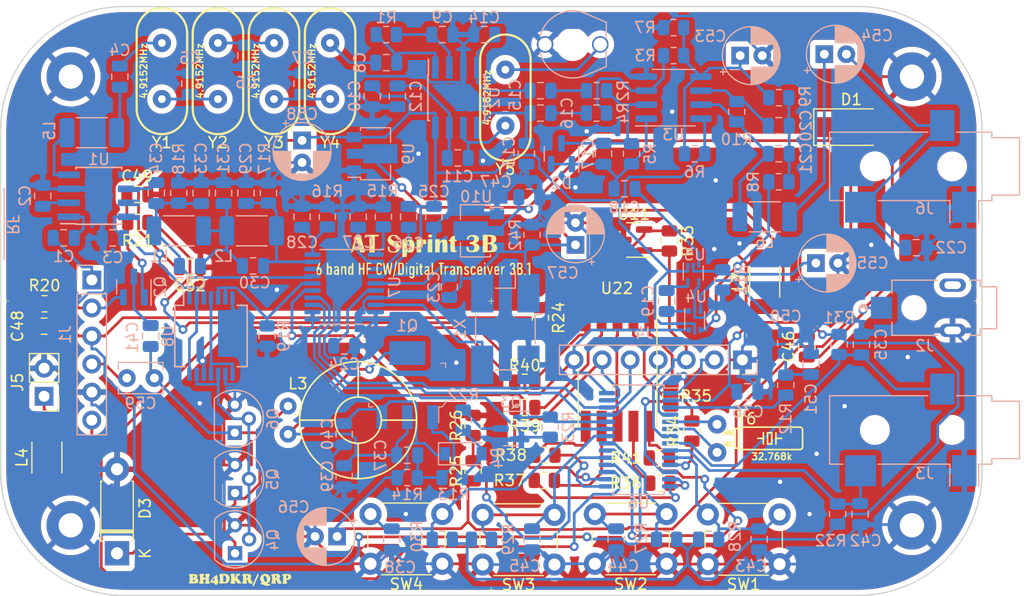
<source format=kicad_pcb>
(kicad_pcb (version 20211014) (generator pcbnew)
  (layers (0 "F.Cu" signal) (31 "B.Cu" signal) (34 "B.Paste" user) (35 "F.Paste" user) (36 "B.SilkS" user "B.Silkscreen") (37 "F.SilkS" user "F.Silkscreen") (38 "B.Mask" user) (39 "F.Mask" user) (44 "Edge.Cuts" user))
  (net 0 "")
  (net 1 "RX_IN")
  (net 2 "Net-(C1-Pad2)")
  (net 3 "GNDREF")
  (net 4 "Net-(C2-Pad2)")
  (net 5 "+5V")
  (net 6 "Net-(C4-Pad1)")
  (net 7 "Net-(C4-Pad2)")
  (net 8 "Net-(C5-Pad1)")
  (net 9 "Net-(C6-Pad1)")
  (net 10 "Net-(C7-Pad1)")
  (net 11 "Net-(C8-Pad1)")
  (net 12 "Net-(C8-Pad2)")
  (net 13 "Net-(C11-Pad1)")
  (net 14 "Net-(C11-Pad2)")
  (net 15 "Net-(C13-Pad1)")
  (net 16 "Net-(C14-Pad1)")
  (net 17 "Net-(C15-Pad2)")
  (net 18 "Net-(C16-Pad2)")
  (net 19 "Net-(C17-Pad1)")
  (net 20 "Net-(C17-Pad2)")
  (net 21 "Net-(C18-Pad2)")
  (net 22 "Net-(C19-Pad1)")
  (net 23 "Net-(C19-Pad2)")
  (net 24 "Net-(C20-Pad1)")
  (net 25 "Net-(C20-Pad2)")
  (net 26 "Net-(C21-Pad2)")
  (net 27 "+3.5V")
  (net 28 "Net-(C24-Pad2)")
  (net 29 "Net-(C26-Pad2)")
  (net 30 "Net-(C27-Pad2)")
  (net 31 "Net-(C28-Pad2)")
  (net 32 "Net-(C29-Pad1)")
  (net 33 "Net-(C30-Pad2)")
  (net 34 "DDS_LO")
  (net 35 "Net-(C34-Pad2)")
  (net 36 "/ATS3B1-MCU-DDS-TX/DASH")
  (net 37 "VCC")
  (net 38 "Net-(C37-Pad1)")
  (net 39 "Net-(C37-Pad2)")
  (net 40 "/ATS3B1-MCU-DDS-TX/MENU")
  (net 41 "V+")
  (net 42 "Net-(C41-Pad1)")
  (net 43 "Net-(C41-Pad2)")
  (net 44 "/ATS3B1-MCU-DDS-TX/DOT")
  (net 45 "/ATS3B1-MCU-DDS-TX/TUNEUP")
  (net 46 "/ATS3B1-MCU-DDS-TX/TUNEDN")
  (net 47 "/ATS3B1-MCU-DDS-TX/RIT")
  (net 48 "Net-(C46-Pad1)")
  (net 49 "/ATS3B1-MCU-DDS-TX/BAND_V")
  (net 50 "MUTE")
  (net 51 "Net-(C50-Pad1)")
  (net 52 "Net-(C50-Pad2)")
  (net 53 "Net-(C53-Pad1)")
  (net 54 "Net-(C54-Pad1)")
  (net 55 "Net-(C22-Pad1)")
  (net 56 "Net-(C55-Pad1)")
  (net 57 "Net-(C59-Pad2)")
  (net 58 "Net-(CT1-Pad1)")
  (net 59 "Net-(D4-Pad2)")
  (net 60 "Net-(J1-Pad2)")
  (net 61 "Net-(J1-Pad6)")
  (net 62 "/ATS3B1-MCU-DDS-TX/TEST")
  (net 63 "/ATS3B1-MCU-DDS-TX/RST")
  (net 64 "/ATS3B1-MCU-DDS-TX/PIN25")
  (net 65 "/ATS3B1-MCU-DDS-TX/PIN26")
  (net 66 "/ATS3B1-MCU-DDS-TX/PIN27")
  (net 67 "Net-(J5-Pad1)")
  (net 68 "Net-(L5-Pad2)")
  (net 69 "Net-(Q3-Pad1)")
  (net 70 "Net-(Q3-Pad3)")
  (net 71 "Net-(Q4-Pad2)")
  (net 72 "Net-(R3-Pad2)")
  (net 73 "Net-(R8-Pad1)")
  (net 74 "SIDE_TONE")
  (net 75 "Net-(R15-Pad2)")
  (net 76 "Net-(R19-Pad1)")
  (net 77 "Net-(R25-Pad1)")
  (net 78 "Net-(R34-Pad1)")
  (net 79 "Net-(R34-Pad2)")
  (net 80 "Net-(R35-Pad1)")
  (net 81 "Net-(R35-Pad2)")
  (net 82 "Net-(R36-Pad1)")
  (net 83 "Net-(R36-Pad2)")
  (net 84 "Net-(R37-Pad1)")
  (net 85 "Net-(R37-Pad2)")
  (net 86 "Net-(R38-Pad1)")
  (net 87 "Net-(R38-Pad2)")
  (net 88 "Net-(R39-Pad1)")
  (net 89 "Net-(R39-Pad2)")
  (net 90 "Net-(R40-Pad1)")
  (net 91 "Net-(R40-Pad2)")
  (net 92 "Net-(R41-Pad1)")
  (net 93 "Net-(R41-Pad2)")
  (net 96 "Net-(U6-Pad5)")
  (net 97 "Net-(U6-Pad6)")
  (net 98 "Net-(U7-Pad8)")
  (net 100 "Net-(U8-Pad11)")
  (net 101 "Net-(C9-Pad1)")
  (net 102 "Net-(C49-Pad1)")
  (footprint "Resistor_SMD:R_0805_2012Metric" (layer "F.Cu") (at 81.1295 106.426 180)
    (fp_text reference "R40")
    (fp_text value "470")
  )
  (footprint "Diode_THT:D_DO-41_SOD81_P7.62mm_Horizontal" (layer "F.Cu") (at 44.196 121.92 90)
    (fp_text reference "D3")
    (fp_text value "1N4756A")
  )
  (footprint "Resistor_SMD:R_0805_2012Metric" (layer "F.Cu") (at 94.234 93.6225 90)
    (fp_text reference "R33")
    (fp_text value "47k")
  )
  (footprint "Resistor_SMD:R_0805_2012Metric" (layer "F.Cu") (at 76.454 114.4505 -90)
    (fp_text reference "R25")
    (fp_text value "100k")
  )
  (footprint "SparkFun:HC49US" (layer "F.Cu") (at 48.26 78.232 -90)
    (fp_text reference "Y1")
    (fp_text value "4.9152MHz")
  )
  (footprint "Resistor_SMD:R_0805_2012Metric" (layer "F.Cu") (at 82.55 100.584 -90)
    (fp_text reference "R24")
    (fp_text value "22k")
  )
  (footprint "Resistor_SMD:R_0805_2012Metric" (layer "F.Cu") (at 96.266 110.8475 -90)
    (fp_text reference "R34")
    (fp_text value "470")
  )
  (footprint "Resistor_SMD:R_0805_2012Metric" (layer "F.Cu") (at 76.454 110.3395 90)
    (fp_text reference "R26")
    (fp_text value "13.7k")
  )
  (footprint "CraftsmanICs:Choke_Toroid_horizontal_Diameter10-5mm_Amidon-FT37" (layer "F.Cu") (at 66.04 109.855)
    (fp_text reference "L3")
    (fp_text value "FT37-43")
  )
  (footprint "Resistor_SMD:R_0805_2012Metric" (layer "F.Cu") (at 82.9545 113.03)
    (fp_text reference "R38")
    (fp_text value "470")
  )
  (footprint "Capacitor_SMD:C_0805_2012Metric" (layer "F.Cu") (at 106.68 103.19 90)
    (fp_text reference "C46")
    (fp_text value ".1uF")
  )
  (footprint "Inductor_SMD:L_2010_5025Metric" (layer "F.Cu") (at 37.846 113.248 90)
    (fp_text reference "L4")
    (fp_text value ".15uH")
  )
  (footprint "Button_Switch_THT:SW_PUSH_6mm" (layer "F.Cu") (at 93.98 122.864 180)
    (fp_text reference "SW2")
    (fp_text value "SW_Push")
  )
  (footprint "CraftsmanICs:bh4dkr_qrp_logo" (layer "F.Cu") (at 55.372 124.333)
    (fp_text reference "G***" hide)
    (fp_text value "LOGO" hide)
  )
  (footprint "Resistor_SMD:R_0805_2012Metric" (layer "F.Cu") (at 94.361 107.6725 -90)
    (fp_text reference "R35")
    (fp_text value "470")
  )
  (footprint "Resistor_SMD:R_0805_2012Metric" (layer "F.Cu") (at 81.1295 108.712 180)
    (fp_text reference "R39")
    (fp_text value "470")
  )
  (footprint "Resistor_SMD:R_0805_2012Metric" (layer "F.Cu") (at 93.3685 115.57)
    (fp_text reference "R36")
    (fp_text value "470")
  )
  (footprint "Capacitor_SMD:C_0805_2012Metric" (layer "F.Cu") (at 46.035 89.408)
    (fp_text reference "C49")
    (fp_text value ".001uF")
  )
  (footprint "Button_Switch_THT:SW_PUSH_6mm" (layer "F.Cu") (at 83.82 122.936 180)
    (fp_text reference "SW3")
    (fp_text value "SW_Push")
  )
  (footprint "CraftsmanICs:at_sprint_3B_logo" (layer "F.Cu") (at 72.009 94.996)
    (fp_text reference "G***" hide)
    (fp_text value "LOGO" hide)
  )
  (footprint "Package_TO_SOT_SMD:SOT-23" (layer "F.Cu") (at 91.0105 93.538 180)
    (fp_text reference "U11")
    (fp_text value "MCP120-3151")
  )
  (footprint "Resistor_SMD:R_0805_2012Metric" (layer "F.Cu") (at 82.9075 115.316 180)
    (fp_text reference "R37")
    (fp_text value "470")
  )
  (footprint "Button_Switch_THT:SW_PUSH_6mm" (layer "F.Cu") (at 73.66 122.864 180)
    (fp_text reference "SW4")
    (fp_text value "SW_Push")
  )
  (footprint "Resistor_SMD:R_0805_2012Metric" (layer "F.Cu") (at 46.0775 91.948)
    (fp_text reference "R21")
    (fp_text value "10k")
  )
  (footprint "Capacitor_SMD:C_0805_2012Metric" (layer "F.Cu") (at 37.592 101.346 180)
    (fp_text reference "C48")
    (fp_text value ".01uF")
  )
  (footprint "Capacitor_SMD:C_0805_2012Metric" (layer "F.Cu") (at 50.8 96.012)
    (fp_text reference "C52")
    (fp_text value ".1uF")
  )
  (footprint "Inductor_SMD:L_2010_5025Metric" (layer "F.Cu") (at 102.87 97.318 90)
    (fp_text reference "L7")
    (fp_text value "10uH")
  )
  (footprint "SparkFun:HC49US" (layer "F.Cu") (at 63.5 78.232 90)
    (fp_text reference "Y4")
    (fp_text value "4.9152MHz")
  )
  (footprint "SparkFun:CRYSTAL-PTH-2X6-CYL" (layer "F.Cu") (at 98.552 111.506 -90)
    (fp_text reference "Y6")
    (fp_text value "32.768k")
  )
  (footprint "Diode_SMD:D_SMA" (layer "F.Cu") (at 110.712 83.312)
    (fp_text reference "D1")
    (fp_text value "SS13")
  )
  (footprint "Connector_PinHeader_2.54mm:PinHeader_1x02_P2.54mm_Vertical" (layer "F.Cu") (at 37.592 107.696 180)
    (fp_text reference "J5")
    (fp_text value "ANTENNA")
  )
  (footprint "Display_7Segment:KCSC02-105" (layer "F.Cu") (at 89.535 105.41 90)
    (fp_text reference "U22")
    (fp_text value "KCSA02-107")
  )
  (footprint "Resistor_SMD:R_0805_2012Metric" (layer "F.Cu") (at 93.3215 113.284 180)
    (fp_text reference "R41")
    (fp_text value "470")
  )
  (footprint "SparkFun:HC49US" (layer "F.Cu") (at 53.34 78.232 90)
    (fp_text reference "Y2")
    (fp_text value "4.9152MHz")
  )
  (footprint "Resistor_SMD:R_0805_2012Metric" (layer "F.Cu") (at 37.6295 99.314)
    (fp_text reference "R20")
    (fp_text value "51")
  )
  (footprint "SparkFun:HC49US" (layer "F.Cu") (at 79.375 80.645 -90)
    (fp_text reference "Y5")
    (fp_text value "4.9152MHz")
  )
  (footprint "Button_Switch_THT:SW_PUSH_6mm" (layer "F.Cu") (at 104.215 122.9 180)
    (fp_text reference "SW1")
    (fp_text value "SW_Push")
  )
  (footprint "SparkFun:HC49US" (layer "F.Cu") (at 58.42 78.232 -90)
    (fp_text reference "Y3")
    (fp_text value "4.9152MHz")
  )
  (footprint "CraftsmanICs:ALTOIDS_round_rectangle_89mmx54mmx19mm" (layer "F.Cu") (at 78.105 99.06)
    (fp_text reference "REF**" hide)
    (fp_text value "ALTOIDS_round_89mmx54mmx19mm_hole_2.0mm")
    (fp_line (start 33.274 26.67) (end -33.274 26.67) (layer "Edge.Cuts") (width 0.12))
    (fp_line (start -33.274 -26.67) (end 33.274 -26.67) (layer "Edge.Cuts") (width 0.12))
    (fp_line (start -44.45 15.494) (end -44.45 -15.494) (layer "Edge.Cuts") (width 0.12))
    (fp_line (start 44.45 -15.494) (end 44.45 15.494) (layer "Edge.Cuts") (width 0.12))
    (fp_arc (start -44.45 -15.494) (mid -41.176625 -23.396625) (end -33.274 -26.67) (layer "Edge.Cuts") (width 0.12))
    (fp_arc (start 44.45 15.494) (mid 41.176625 23.396625) (end 33.274 26.67) (layer "Edge.Cuts") (width 0.12))
    (fp_arc (start 33.274 -26.67) (mid 41.176625 -23.396625) (end 44.45 -15.494) (layer "Edge.Cuts") (width 0.12))
    (fp_arc (start -33.274 26.67) (mid -41.176625 23.396625) (end -44.45 15.494) (layer "Edge.Cuts") (width 0.12))
  )
  (footprint "Package_TO_SOT_SMD:SOT-23" (layer "B.Cu") (at 84.455 85.725 90)
    (fp_text reference "D2")
    (fp_text value "BAV99")
  )
  (footprint "Capacitor_THT:CP_Radial_D5.0mm_P2.00mm" (layer "B.Cu") (at 85.725 93.98 90)
    (fp_text reference "C57")
    (fp_text value "22uF/16V")
  )
  (footprint "Capacitor_SMD:C_0805_2012Metric" (layer "B.Cu") (at 93.98 99.06 -90)
    (fp_text reference "C19")
    (fp_text value ".1uF")
  )
  (footprint "Resistor_SMD:R_0805_2012Metric" (layer "B.Cu") (at 93.98 120.65 180)
    (fp_text reference "R27")
    (fp_text value "47k")
  )
  (footprint "Capacitor_SMD:C_0805_2012Metric" (layer "B.Cu") (at 60.96 91.44 -90)
    (fp_text reference "C28")
    (fp_text value "22p")
  )
  (footprint "Capacitor_SMD:C_0805_2012Metric" (layer "B.Cu") (at 107.061 104.775 90)
    (fp_text reference "C51")
    (fp_text value ".01uF")
  )
  (footprint "Resistor_SMD:R_0805_2012Metric" (layer "B.Cu") (at 75.565 109.855 -90)
    (fp_text reference "R22")
    (fp_text value "2.2k")
  )
  (footprint "Capacitor_SMD:C_0805_2012Metric" (layer "B.Cu") (at 88.265 85.725 90)
    (fp_text reference "C17")
    (fp_text value "470p")
  )
  (footprint "Capacitor_SMD:C_0805_2012Metric" (layer "B.Cu") (at 64.77 111.125 -90)
    (fp_text reference "C40")
    (fp_text value ".1uF")
  )
  (footprint "Resistor_SMD:R_0805_2012Metric" (layer "B.Cu") (at 57.912 89.281 90)
    (fp_text reference "R17")
    (fp_text value "270")
  )
  (footprint "Capacitor_SMD:C_0805_2012Metric" (layer "B.Cu") (at 37.465 89.535 -90)
    (fp_text reference "C2")
    (fp_text value "0.01uF")
  )
  (footprint "Capacitor_SMD:C_0805_2012Metric" (layer "B.Cu") (at 64.77 114.935 -90)
    (fp_text reference "C39")
    (fp_text value ".1uF")
  )
  (footprint "Connector_PinHeader_2.54mm:PinHeader_1x07_P2.54mm_Vertical" (layer "B.Cu") (at 100.843 104.394 90)
    (fp_text reference "J4")
    (fp_text value "IC-PROGRAMMING")
  )
  (footprint "Capacitor_SMD:C_0805_2012Metric" (layer "B.Cu") (at 44.45 78.74 90)
    (fp_text reference "C4")
    (fp_text value "100p")
  )
  (footprint "Capacitor_SMD:C_0805_2012Metric" (layer "B.Cu") (at 102.362 120.65 -90)
    (fp_text reference "C43")
    (fp_text value ".01uF")
  )
  (footprint "Package_TO_SOT_SMD:SOT-89-3" (layer "B.Cu") (at 67.31 85.725)
    (fp_text reference "U9")
    (fp_text value "812C50")
  )
  (footprint "Capacitor_SMD:C_0805_2012Metric" (layer "B.Cu") (at 55.88 89.281 90)
    (fp_text reference "C29")
    (fp_text value "22p")
  )
  (footprint "Capacitor_SMD:C_0805_2012Metric" (layer "B.Cu") (at 73.66 74.93)
    (fp_text reference "C9")
    (fp_text value ".01uF")
  )
  (footprint "Resistor_SMD:R_0805_2012Metric" (layer "B.Cu") (at 90.805 85.725 90)
    (fp_text reference "R5")
    (fp_text value "330k")
  )
  (footprint "Capacitor_THT:CP_Radial_D5.0mm_P2.00mm" (layer "B.Cu") (at 107.5029 95.631)
    (fp_text reference "C55")
    (fp_text value "10uF/16")
  )
  (footprint "Capacitor_SMD:C_0805_2012Metric" (layer "B.Cu") (at 66.04 91.44 -90)
    (fp_text reference "C27")
    (fp_text value ".01uF")
  )
  (footprint "Capacitor_SMD:C_0805_2012Metric" (layer "B.Cu") (at 69.088 120.65 -90)
    (fp_text reference "C38")
    (fp_text value ".01uF")
  )
  (footprint "Capacitor_SMD:C_0805_2012Metric" (layer "B.Cu") (at 81.28 85.725 -90)
    (fp_text reference "C13")
    (fp_text value ".001uF")
  )
  (footprint "Capacitor_SMD:C_0805_2012Metric" (layer "B.Cu") (at 47.752 89.281 90)
    (fp_text reference "C34")
    (fp_text value "100p")
  )
  (footprint "Capacitor_SMD:C_0805_2012Metric" (layer "B.Cu") (at 70.485 113.03 180)
    (fp_text reference "C37")
    (fp_text value ".01uF")
  )
  (footprint "Capacitor_SMD:C_0805_2012Metric" (layer "B.Cu") (at 111.633 102.997 90)
    (fp_text reference "C35")
    (fp_text value ".01uF")
  )
  (footprint "Resistor_SMD:R_0805_2012Metric" (layer "B.Cu") (at 109.474 118.364 90)
    (fp_text reference "R32")
    (fp_text value "47k")
  )
  (footprint "Resistor_SMD:R_0805_2012Metric" (layer "B.Cu") (at 49.784 89.281 90)
    (fp_text reference "R18")
    (fp_text value "270")
  )
  (footprint "Resistor_SMD:R_0805_2012Metric" (layer "B.Cu") (at 73.66 120.65 180)
    (fp_text reference "R30")
    (fp_text value "47k")
  )
  (footprint "Resistor_SMD:R_0805_2012Metric" (layer "B.Cu") (at 94.615 76.835 180)
    (fp_text reference "R3")
    (fp_text value "330k")
  )
  (footprint "Oscillator:Oscillator_SMD_EuroQuartz_XO91-4Pin_7.0x5.0mm_HandSoldering" (layer "B.Cu") (at 79.375 101.6 -90)
    (fp_text reference "X1")
    (fp_text value "60Mhz")
  )
  (footprint "Resistor_SMD:R_0805_2012Metric" (layer "B.Cu") (at 68.58 74.93 180)
    (fp_text reference "R1")
    (fp_text value "470")
  )
  (footprint "Resistor_SMD:R_0805_2012Metric" (layer "B.Cu") (at 68.326 91.44 -90)
    (fp_text reference "R15")
    (fp_text value "3.6k")
  )
  (footprint "Capacitor_SMD:C_0805_2012Metric" (layer "B.Cu") (at 72.898 91.44 -90)
    (fp_text reference "C25")
    (fp_text value ".1uF")
  )
  (footprint "Package_TO_SOT_SMD:SOT-553" (layer "B.Cu") (at 96.393 96.52 -90)
    (fp_text reference "U5")
    (fp_text value "AN6123MS")
  )
  (footprint "Capacitor_SMD:C_0805_2012Metric" (layer "B.Cu") (at 75.057 86.106)
    (fp_text reference "C11")
    (fp_text value "100p" hide)
  )
  (footprint "Inductor_SMD:L_2010_5025Metric" (layer "B.Cu") (at 102.87 91.44 180)
    (fp_text reference "L6")
    (fp_text value "10uH")
  )
  (footprint "Capacitor_SMD:C_0805_2012Metric" (layer "B.Cu") (at 111.506 118.364 -90)
    (fp_text reference "C42")
    (fp_text value ".01uF")
  )
  (footprint "Capacitor_SMD:C_0805_2012Metric" (layer "B.Cu") (at 77.47 74.93 180)
    (fp_text reference "C14")
    (fp_text value ".001uF")
  )
  (footprint "Capacitor_SMD:C_0805_2012Metric" (layer "B.Cu") (at 53.848 89.281 90)
    (fp_text reference "C31")
    (fp_text value "47p")
  )
  (footprint "Resistor_SMD:R_0805_2012Metric" (layer "B.Cu") (at 96.52 85.725)
    (fp_text reference "R6")
    (fp_text value "22k")
  )
  (footprint "Package_SO:SOIC-8_3.9x4.9mm_P1.27mm" (layer "B.Cu") (at 94.615 80.645)
    (fp_text reference "U3")
    (fp_text value "LM4808")
  )
  (footprint "Resistor_SMD:R_0805_2012Metric" (layer "B.Cu") (at 87.63 82.042 180)
    (fp_text reference "R4")
    (fp_text value "10k")
  )
  (footprint "Resistor_SMD:R_0805_2012Metric" (layer "B.Cu") (at 57.785 102.235 -90)
    (fp_text reference "R19")
    (fp_text value "100k")
  )
  (footprint "Resistor_SMD:R_0805_2012Metric" (layer "B.Cu") (at 104.14 80.645)
    (fp_text reference "R9")
    (fp_text value "2.74k 1%")
  )
  (footprint "Resistor_SMD:R_0805_2012Metric" (layer "B.Cu") (at 100.33 81.915 -90)
    (fp_text reference "R10")
    (fp_text value "267k 1%")
  )
  (footprint "Resistor_SMD:R_0805_2012Metric" (layer "B.Cu") (at 74.549 115.062 180)
    (fp_text reference "R13")
    (fp_text value "22k")
  )
  (footprint "Package_TO_SOT_THT:TO-92" (layer "B.Cu") (at 54.885 121.92 90)
    (fp_text reference "Q4")
    (fp_text value "BS170")
  )
  (footprint "Inductor_SMD:L_2010_5025Metric" (layer "B.Cu") (at 56.388 92.71 180)
    (fp_text reference "L2")
    (fp_text value "3.9uH")
  )
  (footprint "Resistor_SMD:R_0805_2012Metric" (layer "B.Cu") (at 87.63 80.01)
    (fp_text reference "R2")
    (fp_text value "10k")
  )
  (footprint "Capacitor_SMD:C_0805_2012Metric" (layer "B.Cu") (at 116.586 94.234)
    (fp_text reference "C22")
    (fp_text value ".01uF")
  )
  (footprint "snapeda:CUI_PJ-041-SMT-TR" (layer "B.Cu") (at 118.388 99.677 180)
    (fp_text reference "J2")
    (fp_text value "Jack-DC")
  )
  (footprint "Capacitor_SMD:C_0805_2012Metric" (layer "B.Cu") (at 81.788 120.65 -90)
    (fp_text reference "C45")
    (fp_text value ".01uF")
  )
  (footprint "Resistor_SMD:R_0805_2012Metric" (layer "B.Cu") (at 109.601 102.997 -90)
    (fp_text reference "R31")
    (fp_text value "47k")
  )
  (footprint "Connector_Audio:Jack_3.5mm_CUI_SJ-3523-SMT_Horizontal" (layer "B.Cu") (at 117.348 110.744 90)
    (fp_text reference "J3")
    (fp_text value "PADDLE IN")
  )
  (footprint "Capacitor_SMD:C_0805_2012Metric" (layer "B.Cu") (at 81.534 89.662)
    (fp_text reference "C47")
    (fp_text value ".1uF")
  )
  (footprint "Capacitor_SMD:C_0805_2012Metric" (layer "B.Cu") (at 50.8 79.375 90)
    (fp_text reference "C5")
    (fp_text value "100p")
  )
  (footprint "Capacitor_THT:C_Disc_D3.8mm_W2.6mm_P2.50mm" (layer "B.Cu") (at 47.585 106.045 180)
    (fp_text reference "C59")
    (fp_text value ".1uF")
  )
  (footprint "Inductor_SMD:L_2010_5025Metric" (layer "B.Cu") (at 41.91 83.82 180)
    (fp_text reference "L5")
    (fp_text value "10uH")
  )
  (footprint "Capacitor_SMD:C_0805_2012Metric" (layer "B.Cu") (at 64.77 103.124 180)
    (fp_text reference "C24")
    (fp_text value ".01uF")
  )
  (footprint "Package_TO_SOT_SMD:SOT-23" (layer "B.Cu") (at 45.72 97.79 90)
    (fp_text reference "Q2")
    (fp_text value "2N7002")
  )
  (footprint "Resistor_SMD:R_0805_2012Metric" (layer "B.Cu") (at 99.06 97.155 90)
    (fp_text reference "R11")
    (fp_text value "100k")
  )
  (footprint "Package_TO_SOT_SMD:SOT-23" (layer "B.Cu") (at 79.883 110.617 180)
    (fp_text reference "Q3")
    (fp_text value "2N7002")
  )
  (footprint "Capacitor_SMD:C_0805_2012Metric" (layer "B.Cu") (at 89.408 120.65 -90)
    (fp_text reference "C44")
    (fp_text value ".01uF")
  )
  (footprint "Capacitor_SMD:C_0805_2012Metric" (layer "B.Cu") (at 70.612 91.44 -90)
    (fp_text reference "C26")
    (fp_text value ".01uF")
  )
  (footprint "Capacitor_SMD:C_0805_2012Metric" (layer "B.Cu") (at 82.55 80.01)
    (fp_text reference "C15")
    (fp_text value ".1uF")
  )
  (footprint "Capacitor_SMD:C_0805_2012Metric" (layer "B.Cu") (at 101.2952 107.2896)
    (fp_text reference "C36")
    (fp_text value ".1uF")
  )
  (footprint "digikey:Trans_SOT-223-4" (layer "B.Cu") (at 70.485 106.68 180)
    (fp_text reference "Q1")
    (fp_text value "NDT2955")
  )
  (footprint "Connector_PinSocket_2.54mm:PinSocket_1x06_P2.54mm_Vertical" (layer "B.Cu") (at 41.91 97.155 180)
    (fp_text reference "J1")
    (fp_text value "FilterBoard")
  )
  (footprint "Capacitor_THT:CP_Radial_D5.0mm_P2.00mm" (layer "B.Cu") (at 108.2649 76.708)
    (fp_text reference "C54")
    (fp_text value "22uF/16V")
  )
  (footprint "Resistor_SMD:R_0805_2012Metric" (layer "B.Cu") (at 70.485 115.062)
    (fp_text reference "R14")
    (fp_text value "100k")
  )
  (footprint "CraftsmanICs:C_TRIMMER_TZ03" (layer "B.Cu") (at 85.471 75.819)
    (fp_text reference "CT1" hide)
    (fp_text value "30p")
  )
  (footprint "Inductor_SMD:L_2010_5025Metric" (layer "B.Cu") (at 49.784 92.71 180)
    (fp_text reference "L1")
    (fp_text value "3.9uH")
  )
  (footprint "Resistor_SMD:R_0805_2012Metric" (layer "B.Cu") (at 83.439 110.49 90)
    (fp_text reference "R23")
    (fp_text value "10k")
  )
  (footprint "Capacitor_SMD:C_0805_2012Metric" (layer "B.Cu") (at 74.295 97.79 90)
    (fp_text reference "C23")
    (fp_text value ".01uF")
  )
  (footprint "Capacitor_SMD:C_0805_2012Metric" (layer "B.Cu") (at 104.14 85.725 180)
    (fp_text reference "C21")
    (fp_text value ".01uF")
  )
  (footprint "Capacitor_SMD:C_0805_2012Metric" (layer "B.Cu") (at 67.31 80.518 -90)
    (fp_text reference "C10")
    (fp_text value ".01uF")
  )
  (footprint "Capacitor_THT:CP_Radial_D5.0mm_P2.00mm" (layer "B.Cu") (at 64.135 120.396 180)
    (fp_text reference "C56")
    (fp_text value "47uF/16V")
  )
  (footprint "Capacitor_SMD:C_0805_2012Metric" (layer "B.Cu") (at 60.96 79.375 90)
    (fp_text reference "C7")
    (fp_text value "100p")
  )
  (footprint "Package_SO:SSOP-14_5.3x6.2mm_P0.65mm" (layer "B.Cu") (at 52.705 102.235 -90)
    (fp_text reference "U8")
    (fp_text value "AC02")
  )
  (footprint "Capacitor_SMD:C_0805_2012Metric" (layer "B.Cu") (at 104.775 102.87 -90)
    (fp_text reference "C50")
    (fp_text value ".01uF")
  )
  (footprint "Connector_Audio:Jack_3.5mm_CUI_SJ-3523-SMT_Horizontal" (layer "B.Cu") (at 117.348 86.868 90)
    (fp_text reference "J6")
    (fp_text value "SPK")
  )
  (footprint "Capacitor_SMD:C_0805_2012Metric" (layer "B.Cu") (at 43.815 93.345 180)
    (fp_text reference "C3")
    (fp_text value ".01uF")
  )
  (footprint "Package_SO:PowerIntegrations_SO-8" (layer "B.Cu") (at 74.93 80.645 -90)
    (fp_text reference "U2")
    (fp_text value "SA612A")
  )
  (footprint "Diode_SMD:D_SOD-123" (layer "B.Cu") (at 75.565 112.903)
    (fp_text reference "D4")
    (fp_text value "W85.1V")
  )
  (footprint "Package_SO:TSSOP-20_4.4x6.5mm_P0.65mm" (layer "B.Cu") (at 64.77 97.79 180)
    (fp_text reference "U7")
    (fp_text value "AD9834")
  )
  (footprint "Capacitor_SMD:C_0805_2012Metric" (layer "B.Cu") (at 50.8 95.885 180)
    (fp_text reference "C32")
    (fp_text value "0.0pF")
  )
  (footprint "Resistor_SMD:R_0805_2012Metric" (layer "B.Cu") (at 104.775 106.68 90)
    (fp_text reference "R12")
    (fp_text value "330k")
  )
  (footprint "Capacitor_SMD:C_0805_2012Metric" (layer "B.Cu") (at 55.88 76.835 -90)
    (fp_text reference "C6")
    (fp_text value "100p")
  )
  (footprint "Capacitor_SMD:C_0805_2012Metric" (layer "B.Cu") (at 56.515 95.885 180)
    (fp_text reference "C30")
    (fp_text value "0.0pF")
  )
  (footprint "Resistor_SMD:R_0805_2012Metric" (layer "B.Cu") (at 77.216 120.65)
    (fp_text reference "R29")
    (fp_text value "47k")
  )
  (footprint "Resistor_SMD:R_0805_2012Metric" (layer "B.Cu") (at 97.79 120.65)
    (fp_text reference "R28")
    (fp_text value "47k")
  )
  (footprint "Capacitor_SMD:C_0805_2012Metric" (layer "B.Cu") (at 104.14 83.185 180)
    (fp_text reference "C20")
    (fp_text value ".01uF")
  )
  (footprint "Package_SO:PowerIntegrations_SO-8" (layer "B.Cu") (at 42.545 89.535)
    (fp_text reference "U1")
    (fp_text value "SA612A")
  )
  (footprint "Package_TO_SOT_THT:TO-92" (layer "B.Cu") (at 54.864 110.998 90)
    (fp_text reference "Q6")
    (fp_text value "BS170")
  )
  (footprint "Resistor_SMD:R_0805_2012Metric" (layer "B.Cu") (at 94.615 74.295)
    (fp_text reference "R7")
    (fp_text value "22k")
  )
  (footprint "Capacitor_SMD:C_0805_2012Metric" (layer "B.Cu") (at 68.58 77.47 180)
    (fp_text reference "C8")
    (fp_text value "100p")
  )
  (footprint "Capacitor_THT:CP_Radial_D5.0mm_P2.00mm" (layer "B.Cu") (at 60.96 84.515888 -90)
    (fp_text reference "C58")
    (fp_text value "100uF/16V")
  )
  (footprint "Capacitor_SMD:C_0805_2012Metric" (layer "B.Cu") (at 90.17 88.9)
    (fp_text reference "C18")
    (fp_text value ".1uF")
  )
  (footprint "Capacitor_SMD:C_0805_2012Metric" (layer "B.Cu") (at 69.596 80.518 -90)
    (fp_text reference "C12")
    (fp_text value "100p")
  )
  (footprint "Package_TO_SOT_THT:TO-92" (layer "B.Cu") (at 54.885 116.459 90)
    (fp_text reference "Q5")
    (fp_text value "BS170")
  )
  (footprint "Capacitor_THT:CP_Radial_D5.0mm_P2.00mm" (layer "B.Cu") (at 100.6449 76.835)
    (fp_text reference "C53")
    (fp_text value "10uF/16V")
  )
  (footprint "Capacitor_SMD:C_0805_2012Metric" (layer "B.Cu") (at 47.244 102.235 -90)
    (fp_text reference "C41")
    (fp_text value ".01uF")
  )
  (footprint "Capacitor_SMD:C_0805_2012Metric" (layer "B.Cu") (at 82.55 82.042)
    (fp_text reference "C16")
    (fp_text value ".1uF")
  )
  (footprint "Capacitor_SMD:C_0805_2012Metric" (layer "B.Cu") (at 39.37 93.345)
    (fp_text reference "C1")
    (fp_text value "22p")
  )
  (footprint "Resistor_SMD:R_0805_2012Metric" (layer "B.Cu") (at 104.14 88.265)
    (fp_text reference "R8")
    (fp_text value "113k 1%")
  )
  (footprint "Package_TO_SOT_SMD:SOT-666" (layer "B.Cu") (at 96.52 100.838 -90)
    (fp_text reference "U4")
    (fp_text value "74LVC1G3157")
  )
  (footprint "Resistor_SMD:R_0805_2012Metric" (layer "B.Cu") (at 63.246 91.44 -90)
    (fp_text reference "R16")
    (fp_text value "270")
  )
  (footprint "Package_TO_SOT_SMD:SOT-89-3" (layer "B.Cu") (at 76.962 92.71 180)
    (fp_text reference "U10")
    (fp_text value "812C35")
  )
  (footprint "Capacitor_SMD:C_0805_2012Metric" (layer "B.Cu") (at 51.816 89.281 90)
    (fp_text reference "C33")
    (fp_text value "22p")
  )
  (footprint "Resistor_SMD:R_0805_2012Metric" (layer "B.Cu") (at 81.788 93.0675 -90)
    (fp_text reference "R42")
    (fp_text value "22k")
  )
  (footprint "Package_SO:TSSOP-28_4.4x9.7mm_P0.65mm" (layer "B.Cu") (at 91.44 111.633 180)
    (fp_text reference "U6")
    (fp_text value "MSP430F1232IPW")
  )
  (gr_line (start 33.9852 88.8746) (end 33.9852 95.2754) (layer "B.SilkS") (width 0.15))
  (gr_line (start 33.9852 92.075) (end 34.2138 92.075) (layer "B.SilkS") (width 0.15))
  (gr_text "RF" (at 34.7472 92.1512 -90) (layer "B.SilkS") (effects (font (size 1 1)) (justify mirror)))
  (segment (start 41.0547 95.9797) (end 41.91 95.9797) (width 0.25) (layer "B.Cu") (net 1))
  (segment (start 41.91 97.155) (end 41.91 95.9797) (width 0.25) (layer "B.Cu") (net 1))
  (segment (start 38.42 93.345) (end 41.0547 95.9797) (width 0.25) (layer "B.Cu") (net 1))
  (segment (start 41.1453 92.5197) (end 41.1453 91.44) (width 0.25) (layer "B.Cu") (net 2))
  (segment (start 39.82 91.44) (end 41.1453 91.44) (width 0.25) (layer "B.Cu") (net 2))
  (segment (start 40.32 93.345) (end 41.1453 92.5197) (width 0.25) (layer "B.Cu") (net 2))
  (segment (start 88.515 91.98) (end 85.725 91.98) (width 0.25) (layer "F.Cu") (net 3))
  (segment (start 59.407112 86.515888) (end 51.75 94.173) (width 0.25) (layer "F.Cu") (net 3))
  (segment (start 98.5526 105.8764) (end 95.5288 105.8764) (width 0.25) (layer "F.Cu") (net 3))
  (segment (start 102.0183 104.394) (end 104.1723 102.24) (width 0.25) (layer "F.Cu") (net 3))
  (segment (start 94.016 122.9) (end 93.98 122.864) (width 0.25) (layer "F.Cu") (net 3))
  (segment (start 100.843 104.394) (end 99.6677 104.394) (width 0.25) (layer "F.Cu") (net 3))
  (segment (start 56.515 119.3546) (end 56.4896 119.38) (width 0.25) (layer "F.Cu") (net 3))
  (segment (start 53.8782 113.919) (end 53.8782 109.4438) (width 0.25) (layer "F.Cu") (net 3))
  (segment (start 40.7347 107.315) (end 38.7673 105.3476) (width 0.25) (layer "F.Cu") (net 3))
  (segment (start 36.717 101.271) (end 36.717 99.314) (width 0.25) (layer "F.Cu") (net 3))
  (segment (start 102.6449 76.835) (end 104.5499 78.74) (width 0.25) (layer "F.Cu") (net 3))
  (segment (start 36.642 103.0307) (end 37.592 103.9807) (width 0.25) (layer "F.Cu") (net 3))
  (segment (start 67.16 122.864) (end 64.2408 122.864) (width 0.25) (layer "F.Cu") (net 3))
  (segment (start 54.885 113.919) (end 53.8782 113.919) (width 0.25) (layer "F.Cu") (net 3))
  (segment (start 71.3736 109.427) (end 62.135 118.6656) (width 0.25) (layer "F.Cu") (net 3))
  (segment (start 53.8782 113.919) (end 46.0023 113.919) (width 0.25) (layer "F.Cu") (net 3))
  (segment (start 71.3736 109.427) (end 76.454 109.427) (width 0.25) (layer "F.Cu") (net 3))
  (segment (start 51.9425 105.5365) (end 51.9425 104.4836) (width 0.25) (layer "F.Cu") (net 3))
  (segment (start 101.1435 104.394) (end 102.0183 104.394) (width 0.25) (layer "F.Cu") (net 3))
  (segment (start 90.073 93.538) (end 88.515 91.98) (width 0.25) (layer "F.Cu") (net 3))
  (segment (start 36.642 101.346) (end 36.642 103.0307) (width 0.25) (layer "F.Cu") (net 3))
  (segment (start 101.1435 104.394) (end 100.843 104.394) (width 0.25) (layer "F.Cu") (net 3))
  (segment (start 104.215 122.9) (end 97.715 122.9) (width 0.25) (layer "F.Cu") (net 3))
  (segment (start 104.1723 102.24) (end 106.68 102.24) (width 0.25) (layer "F.Cu") (net 3))
  (segment (start 44.196 114.3) (end 45.6213 114.3) (width 0.25) (layer "F.Cu") (net 3))
  (segment (start 64.2408 122.864) (end 62.135 120.7582) (width 0.25) (layer "F.Cu") (net 3))
  (segment (start 99.6677 104.394) (end 99.6677 104.7613) (width 0.25) (layer "F.Cu") (net 3))
  (segment (start 53.8782 109.4438) (end 54.864 108.458) (width 0.25) (layer "F.Cu") (net 3))
  (segment (start 60.96 86.515888) (end 59.407112 86.515888) (width 0.25) (layer "F.Cu") (net 3))
  (segment (start 104.5499 78.74) (end 116.205 78.74) (width 0.25) (layer "F.Cu") (net 3))
  (segment (start 56.4896 119.38) (end 54.885 119.38) (width 0.25) (layer "F.Cu") (net 3))
  (segment (start 51.75 94.173) (end 46.985 89.408) (width 0.25) (layer "F.Cu") (net 3))
  (segment (start 99.6677 104.7613) (end 98.5526 105.8764) (width 0.25) (layer "F.Cu") (net 3))
  (segment (start 62.135 120.7582) (end 62.135 120.396) (width 0.25) (layer "F.Cu") (net 3))
  (segment (start 51.75 94.173) (end 51.75 96.012) (width 0.25) (layer "F.Cu") (net 3))
  (segment (start 54.864 108.458) (end 51.9425 105.5365) (width 0.25) (layer "F.Cu") (net 3))
  (segment (start 97.715 122.9) (end 94.016 122.9) (width 0.25) (layer "F.Cu") (net 3))
  (segment (start 57.5564 120.396) (end 56.515 119.3546) (width 0.25) (layer "F.Cu") (net 3))
  (segment (start 38.7673 105.3476) (end 38.7673 105.156) (width 0.25) (layer "F.Cu") (net 3))
  (segment (start 77.248 122.864) (end 73.66 122.864) (width 0.25) (layer "F.Cu") (net 3))
  (segment (start 37.592 105.156) (end 38.7673 105.156) (width 0.25) (layer "F.Cu") (net 3))
  (segment (start 36.642 101.346) (end 36.717 101.271) (width 0.25) (layer "F.Cu") (net 3))
  (segment (start 37.592 105.156) (end 37.592 103.9807) (width 0.25) (layer "F.Cu") (net 3))
  (segment (start 77.32 122.936) (end 77.248 122.864) (width 0.25) (layer "F.Cu") (net 3))
  (segment (start 41.91 107.315) (end 40.7347 107.315) (width 0.25) (layer "F.Cu") (net 3))
  (segment (start 62.135 120.396) (end 57.5564 120.396) (width 0.25) (layer "F.Cu") (net 3))
  (segment (start 46.0023 113.919) (end 45.6213 114.3) (width 0.25) (layer "F.Cu") (net 3))
  (segment (start 62.135 118.6656) (end 62.135 120.396) (width 0.25) (layer "F.Cu") (net 3))
  (via (at 95.5288 105.8764) (size 0.8) (drill 0.4) (layers "F.Cu" "B.Cu") (net 3))
  (via (at 98.298 94.361) (size 0.8) (drill 0.4) (layers "F.Cu" "B.Cu") (net 3))
  (via (at 77.343 86.36) (size 0.8) (drill 0.4) (layers "F.Cu" "B.Cu") (net 3))
  (via (at 106.934 118.364) (size 0.8) (drill 0.4) (layers "F.Cu" "B.Cu") (net 3))
  (via (at 58.674 98.044) (size 0.8) (drill 0.4) (layers "F.Cu" "B.Cu") (net 3))
  (via (at 112.522 93.98) (size 0.8) (drill 0.4) (layers "F.Cu" "B.Cu") (net 3))
  (via (at 74.93 104.648) (size 0.8) (drill 0.4) (layers "F.Cu" "B.Cu") (net 3))
  (via (at 70.358 118.364) (size 0.8) (drill 0.4) (layers "F.Cu" "B.Cu") (net 3))
  (via (at 115.824 104.14) (size 0.8) (drill 0.4) (layers "F.Cu" "B.Cu") (net 3))
  (via (at 51.9425 104.4836) (size 0.8) (drill 0.4) (layers "F.Cu" "B.Cu") (net 3))
  (via (at 94.488 81.915) (size 0.8) (drill 0.4) (layers "F.Cu" "B.Cu") (net 3))
  (via (at 85.725 88.773) (size 0.8) (drill 0.4) (layers "F.Cu" "B.Cu") (net 3))
  (via (at 98.425 88.138) (size 0.8) (drill 0.4) (layers "F.Cu" "B.Cu") (net 3))
  (via (at 100.584 93.853) (size 0.8) (drill 0.4) (layers "F.Cu" "B.Cu") (net 3))
  (via (at 104.267 115.443) (size 0.8) (drill 0.4) (layers "F.Cu" "B.Cu") (net 3))
  (via (at 71.501 85.725) (size 0.8) (drill 0.4) (layers "F.Cu" "B.Cu") (net 3))
  (via (at 86.741 83.693) (size 0.8) (drill 0.4) (layers "F.Cu" "B.Cu") (net 3))
  (via (at 107.569 112.903) (size 0.8) (drill 0.4) (layers "F.Cu" "B.Cu") (net 3))
  (via (at 110.109 108.585) (size 0.8) (drill 0.4) (layers "F.Cu" "B.Cu") (net 3))
  (via (at 51.689 108.331) (size 0.8) (drill 0.4) (layers "F.Cu" "B.Cu") (net 3))
  (segment (start 39.82 88.9) (end 41.1453 88.9) (width 0.25) (layer "B.Cu") (net 3))
  (segment (start 109.5029 99.677186) (end 107.061 102.119086) (width 0.25) (layer "B.Cu") (net 3))
  (segment (start 54.005 105.685) (end 54.005 106.6103) (width 0.25) (layer "B.Cu") (net 3))
  (segment (start 74.078 91.21) (end 72.898 92.39) (width 0.25) (layer "B.Cu") (net 3))
  (segment (start 54.885 119.38) (end 53.9096 118.4046) (width 0.25) (layer "B.Cu") (net 3))
  (segment (start 103.662 122.9) (end 104.215 122.9) (width 0.25) (layer "B.Cu") (net 3))
  (segment (start 62.135 120.396) (end 62.135 118.52) (width 0.25) (layer "B.Cu") (net 3))
  (segment (start 49.8215 87.95) (end 49.784 87.9875) (width 0.25) (layer "B.Cu") (net 3))
  (segment (start 43.0407 87.0046) (end 41.1453 88.9) (width 0.25) (layer "B.Cu") (net 3))
  (segment (start 72.5871 79.2453) (end 72.05 78.7082) (width 0.25) (layer "B.Cu") (net 3))
  (segment (start 44.196 110.409) (end 44.196 114.3) (width 0.25) (layer "B.Cu") (net 3))
  (segment (start 109.5029 95.631) (end 116.139 95.631) (width 0.25) (layer "B.Cu") (net 3))
  (segment (start 107.061 102.119086) (end 107.061 103.825) (width 0.25) (layer "B.Cu") (net 3))
  (segment (start 53.9096 114.8944) (end 54.885 113.919) (width 0.25) (layer "B.Cu") (net 3))
  (segment (start 98.2297 99.7724) (end 99.06 99.7724) (width 0.25) (layer "B.Cu") (net 3))
  (segment (start 64.267 78.425) (end 60.96 78.425) (width 0.25) (layer "B.Cu") (net 3))
  (segment (start 93.2392 109.0085) (end 93.2392 107.1075) (width 0.25) (layer "B.Cu") (net 3))
  (segment (start 94.4703 105.8764) (end 95.5288 105.8764) (width 0.25) (layer "B.Cu") (net 3))
  (segment (start 99.1661 73.2473) (end 94.7502 73.2473) (width 0.25) (layer "B.Cu") (net 3))
  (segment (start 63.3492 104.2026) (end 64.6414 104.2026) (width 0.25) (layer "B.Cu") (net 3))
  (segment (start 57.785 103.1475) (end 56.7512 103.1475) (width 0.25) (layer "B.Cu") (net 3))
  (segment (start 64.2956 94.4782) (end 64.2956 91.1144) (width 0.25) (layer "B.Cu") (net 3))
  (segment (start 55.0949 106.6104) (end 56.7512 104.9541) (width 0.25) (layer "B.Cu") (net 3))
  (segment (start 55.88 77.785) (end 55.88 78.105) (width 0.25) (layer "B.Cu") (net 3))
  (segment (start 86.8504 97.3993) (end 81.475 102.7747) (width 0.25) (layer "B.Cu") (net 3))
  (segment (start 80.7573 87.4585) (end 81.28 86.9358) (width 0.25) (layer "B.Cu") (net 3))
  (segment (start 63.2085 90.49) (end 63.246 90.5275) (width 0.25) (layer "B.Cu") (net 3))
  (segment (start 72.37 98.765) (end 72.5505 98.5845) (width 0.25) (layer "B.Cu") (net 3))
  (segment (start 42.2773 108.4903) (end 44.196 110.409) (width 0.25) (layer "B.Cu") (net 3))
  (segment (start 78.612 91.21) (end 74.078 91.21) (width 0.25) (layer "B.Cu") (net 3))
  (segment (start 54.0051 106.6104) (end 54.005 106.6103) (width 0.25) (layer "B.Cu") (net 3))
  (segment (start 64.8496 107.6223) (end 71.5285 107.6223) (width 0.25) (layer "B.Cu") (net 3))
  (segment (start 82.484 91.459) (end 83.005 91.98) (width 0.25) (layer "B.Cu") (net 3))
  (segment (start 54.864 108.458) (end 54.864 106.6104) (width 0.25) (layer "B.Cu") (net 3))
  (segment (start 57.912 88.3685) (end 59.764612 86.515888) (width 0.25) (layer "B.Cu") (net 3))
  (segment (start 119.5227 115.9963) (end 116.205 119.314) (width 0.25) (layer "B.Cu") (net 3))
  (segment (start 116.205 119.314) (end 116.205 119.38) (width 0.25) (layer "B.Cu") (net 3))
  (segment (start 43.1208 98.1117) (end 43.1208 93.6008) (width 0.25) (layer "B.Cu") (net 3))
  (segment (start 84.495 74.295) (end 82.971 75.819) (width 0.25) (layer "B.Cu") (net 3))
  (segment (start 65.72 102.6275) (end 67.6325 100.715) (width 0.25) (layer "B.Cu") (net 3))
  (segment (start 43.1208 93.6008) (end 42.865 93.345) (width 0.25) (layer "B.Cu") (net 3))
  (segment (start 72.5505 98.5845) (end 75.5659 101.6) (width 0.25) (layer "B.Cu") (net 3))
  (segment (start 39.82 88.9) (end 37.78 88.9) (width 0.25) (layer "B.Cu") (net 3))
  (segment (start 63.8329 91.1144) (end 63.246 90.5275) (width 0.25) (layer "B.Cu") (net 3))
  (segment (start 75.5659 101.6) (end 80.3003 101.6) (width 0.25) (layer "B.Cu") (net 3))
  (segment (start 75.565 75.885) (end 74.61 74.93) (width 0.25) (layer "B.Cu") (net 3))
  (segment (start 65.5732 79.7312) (end 64.267 78.425) (width 0.25) (layer "B.Cu") (net 3))
  (segment (start 97.4388 100.5633) (end 98.2297 99.7724) (width 0.25) (layer "B.Cu") (net 3))
  (segment (start 99.06 99.7724) (end 99.06 98.0675) (width 0.25) (layer "B.Cu") (net 3))
  (segment (start 75.565 75.885) (end 75.565 77.92) (width 0.25) (layer "B.Cu") (net 3))
  (segment (start 66.9318 100.065) (end 66.5344 99.6676) (width 0.25) (layer "B.Cu") (net 3))
  (segment (start 81.788 121.6) (end 80.452 122.936) (width 0.25) (layer "B.Cu") (net 3))
  (segment (start 65.72 103.124) (end 65.72 102.6275) (width 0.25) (layer "B.Cu") (net 3))
  (segment (start 82.484 91.459) (end 82.484 89.662) (width 0.25) (layer "B.Cu") (net 3))
  (segment (start 119.5227 90.568) (end 119.5227 92.2473) (width 0.25) (layer "B.Cu") (net 3))
  (segment (start 43.6597 115.7253) (end 44.196 115.7253) (width 0.25) (layer "B.Cu") (net 3))
  (segment (start 81.475 104.85) (end 81.475 102.7747) (width 0.25) (layer "B.Cu") (net 3))
  (segment (start 55.88 78.745) (end 55.88 88.331) (width 0.25) (layer "B.Cu") (net 3))
  (segment (start 80.7574 87.9353) (end 80.7573 87.9353) (width 0.25) (layer "B.Cu") (net 3))
  (segment (start 66.9013 98.765) (end 67.6325 98.765) (width 0.25) (layer "B.Cu") (net 3))
  (segment (start 65.66 88.0003) (end 66.04 88.3803) (width 0.25) (layer "B.Cu") (net 3))
  (segment (start 42.865 93.345) (end 42.865 90.6197) (width 0.25) (layer "B.Cu") (net 3))
  (segment (start 102.362 121.6) (end 103.662 122.9) (width 0.25) (layer "B.Cu") (net 3))
  (segment (start 56.7512 101.8065) (end 54.655 99.7103) (width 0.25) (layer "B.Cu") (net 3))
  (segment (start 72.5505 98.5845) (end 74.295 96.84) (width 0.25) (layer "B.Cu") (net 3))
  (segment (start 86.8504 92.9646) (end 86.8504 97.3993) (width 0.25) (layer "B.Cu") (net 3))
  (segment (start 75.565 75.885) (end 76.52 74.93) (width 0.25) (layer "B.Cu") (net 3))
  (segment (start 58.4575 87.9875) (end 57.912 87.9875) (width 0.25) (layer "B.Cu") (net 3))
  (segment (start 64.6414 104.2026) (end 65.72 103.124) (width 0.25) (layer "B.Cu") (net 3))
  (segment (start 41.91 108.4903) (end 42.2773 108.4903) (width 0.25) (layer "B.Cu") (net 3))
  (segment (start 60.334 103.1067) (end 64.8496 107.6223) (width 0.25) (layer "B.Cu") (net 3))
  (segment (start 101.0906 102.9711) (end 106.2071 102.9711) (width 0.25) (layer "B.Cu") (net 3))
  (segment (start 66.04 90.49) (end 65.4156 91.1144) (width 0.25) (layer "B.Cu") (net 3))
  (segment (start 65.66 87.225) (end 65.66 88.0003) (width 0.25) (layer "B.Cu") (net 3))
  (segment (start 66.5344 99.6676) (end 66.5344 99.1319) (width 0.25) (layer "B.Cu") (net 3))
  (segment (start 78.612 91.21) (end 78.612 90.0807) (width 0.25) (layer "B.Cu") (net 3))
  (segment (start 61.9075 100.065) (end 61.9075 100.715) (width 0.25) (layer "B.Cu") (net 3))
  (segment (start 80.3003 101.6) (end 81.475 102.7747) (width 0.25) (layer "B.Cu") (net 3))
  (segment (start 57.785 103.1475) (end 60.2932 103.1475) (width 0.25) (layer "B.Cu") (net 3))
  (segment (start 76.52 74.93) (end 77.6372 73.8128) (width 0.25) (layer "B.Cu") (net 3))
  (segment (start 100.843 104.4075) (end 100.843 104.394) (width 0.25) (layer "B.Cu") (net 3))
  (segment (start 59.764612 86.515888) (end 60.96 86.515888) (width 0.25) (layer "B.Cu") (net 3))
  (segment (start 63.8764 101.5097) (end 62.9847 102.4014) (width 0.25) (layer "B.Cu") (net 3))
  (segment (start 93.7025 74.295) (end 84.495 74.295) (width 0.25) (layer "B.Cu") (net 3))
  (segment (start 56.2 78.425) (end 55.88 78.105) (width 0.25) (layer "B.Cu") (net 3))
  (segment (start 69.088 121.6) (end 67.824 122.864) (width 0.25) (layer "B.Cu") (net 3))
  (segment (start 89.408 121.6) (end 88.144 122.864) (width 0.25) (layer "B.Cu") (net 3))
  (segment (start 60.96 90.49) (end 58.8385 88.3685) (width 0.25) (layer "B.Cu") (net 3))
  (segment (start 60.96 90.49) (end 63.2085 90.49) (width 0.25) (layer "B.Cu") (net 3))
  (segment (start 90.672 122.864) (end 89.408 121.6) (width 0.25) (layer "B.Cu") (net 3))
  (segment (start 88.144 122.864) (end 87.48 122.864) (width 0.25) (layer "B.Cu") (net 3))
  (segment (start 62.6088 96.165) (end 64.2956 94.4782) (width 0.25) (layer "B.Cu") (net 3))
  (segment (start 44.196 114.3) (end 44.196 115.7253) (width 0.25) (layer "B.Cu") (net 3))
  (segment (start 62.6088 96.165) (end 63.8764 97.4326) (width 0.25) (layer "B.Cu") (net 3))
  (segment (start 55.88 88.331) (end 57.8745 88.331) (width 0.25) (layer "B.Cu") (net 3))
  (segment (start 93.2392 107.1075) (end 94.4703 105.8764) (width 0.25) (layer "B.Cu") (net 3))
  (segment (start 83.892 122.864) (end 83.82 122.936) (width 0.25) (layer "B.Cu") (net 3))
  (segment (start 56.7512 104.9541) (end 56.7512 103.1475) (width 0.25) (layer "B.Cu") (net 3))
  (segment (start 121.072521 114.319479) (end 121.072521 102.911521) (width 0.25) (layer "B.Cu") (net 3))
  (segment (start 37.592 105.156) (end 37.592 102.35) (width 0.25) (layer "B.Cu") (net 3))
  (segment (start 56.7512 103.1475) (end 56.7512 101.8065) (width 0.25) (layer "B.Cu") (net 3))
  (segment (start 72.05 78.7082) (end 66.5962 78.7082) (width 0.25) (layer "B.Cu") (net 3))
  (segment (start 67.824 122.864) (end 67.16 122.864) (width 0.25) (layer "B.Cu") (net 3))
  (segment (start 80.7573 87.9353) (end 80.7573 87.4585) (width 0.25) (layer "B.Cu") (net 3))
  (segment (start 53.9096 118.4046) (end 53.9096 114.8944) (width 0.25) (layer "B.Cu") (net 3))
  (segment (start 85.8658 91.98) (end 86.8504 92.9646) (width 0.25) (layer "B.Cu") (net 3))
  (segment (start 81.28 86.9358) (end 81.28 86.675) (width 0.25) (layer "B.Cu") (net 3))
  (segment (start 120.948 90.822) (end 120.948 90.568) (width 0.25) (layer "B.Cu") (net 3))
  (segment (start 42.865 90.6197) (end 41.1453 88.9) (width 0.25) (layer "B.Cu") (net 3))
  (segment (start 102.2452 106.9715) (end 100.843 105.5693) (width 0.25) (layer "B.Cu") (net 3))
  (segment (start 93.98 122.864) (end 90.672 122.864) (width 0.25) (layer "B.Cu") (net 3))
  (segment (start 41.6116 98.3304) (end 42.9021 98.3304) (width 0.25) (layer "B.Cu") (net 3))
  (segment (start 111.633 102.047) (end 111.953 101.727) (width 0.25) (layer "B.Cu") (net 3))
  (segment (start 106.2071 102.9711) (end 107.061 103.825) (width 0.25) (layer "B.Cu") (net 3))
  (segment (start 75.565 79.2453) (end 72.5871 79.2453) (width 0.25) (layer "B.Cu") (net 3))
  (segment (start 54.655 98.785) (end 54.655 99.7103) (width 0.25) (layer "B.Cu") (net 3))
  (segment (start 120.8731 114.444) (end 120.948 114.444) (width 0.25) (layer "B.Cu") (net 3))
  (segment (start 40.005 119.38) (end 43.6597 115.7253) (width 0.25) (layer "B.Cu") (net 3))
  (segment (start 55.88 78.105) (end 51.12 78.105) (width 0.25) (layer "B.Cu") (net 3))
  (segment (start 67.31 81.468) (end 65.5732 79.7312) (width 0.25) (layer "B.Cu") (net 3))
  (segment (start 81.788 121.6) (end 82.484 121.6) (width 0.25) (layer "B.Cu") (net 3))
  (segment (start 66.04 88.3803) (end 66.04 90.49) (width 0.25) (layer "B.Cu") (net 3))
  (segment (start 80.452 122.936) (end 77.32 122.936) (width 0.25) (layer "B.Cu") (net 3))
  (segment (start 62.135 118.52) (end 64.77 115.885) (width 0.25) (layer "B.Cu") (net 3))
  (segment (start 60.96 78.425) (end 56.2 78.425) (width 0.25) (layer "B.Cu") (net 3))
  (segment (start 67.6325 100.715) (end 67.6325 100.065) (width 0.25) (layer "B.Cu") (net 3))
  (segment (start 52.055 105.685) (end 52.055 104.5961) (width 0.25) (layer "B.Cu") (net 3))
  (segment (start 60.2932 103.1475) (end 60.334 103.1067) (width 0.25) (layer "B.Cu") (net 3))
  (segment (start 67.6325 100.065) (end 66.9318 100.065) (width 0.25) (layer "B.Cu") (net 3))
  (segment (start 54.864 106.6104) (end 54.0051 106.6104) (width 0.25) (layer "B.Cu") (net 3))
  (segment (start 109.5029 95.631) (end 109.5029 99.677186) (width 0.25) (layer "B.Cu") (net 3))
  (segment (start 75.565 77.92) (end 75.565 79.2453) (width 0.25) (layer "B.Cu") (net 3))
  (segment (start 57.8745 88.331) (end 57.912 88.3685) (width 0.25) (layer "B.Cu") (net 3))
  (segment (start 80.985 111.4025) (end 83.439 111.4025) (width 0.25) (layer "B.Cu") (net 3))
  (segment (start 94.7502 73.2473) (end 93.7025 74.295) (width 0.25) (layer "B.Cu") (net 3))
  (segment (start 37.78 88.9) (end 37.465 88.585) (width 0.25) (layer "B.Cu") (net 3))
  (segment (start 96.893 97.7703) (end 96.52 98.1433) (width 0.25) (layer "B.Cu") (net 3))
  (segment (start 80.8205 111.567) (end 80.985 111.4025) (width 0.25) (layer "B.Cu") (net 3))
  (segment (start 49.784 88.3685) (end 51.7785 88.3685) (width 0.25) (layer "B.Cu") (net 3))
  (segment (start 63.7181 115.885) (end 63.7181 113.1269) (width 0.25) (layer "B.Cu") (net 3))
  (segment (start 66.5344 99.1319) (end 66.9013 98.765) (width 0.25) (layer "B.Cu") (net 3))
  (segment (start 65.4156 91.1144) (end 64.2956 91.1144) (width 0.25) (layer "B.Cu") (net 3))
  (segment (start 68.2885 90.49) (end 68.326 90.5275) (width 0.25) (layer "B.Cu") (net 3))
  (segment (start 51.12 78.105) (end 50.8 78.425) (width 0.25) (layer "B.Cu") (net 3))
  (segment (start 80.9648 73.8128) (end 77.6372 73.8128) (width 0.25) (layer "B.Cu") (net 3))
  (segment (start 69.596 81.468) (end 67.31 81.468) (width 0.25) (layer "B.Cu") (net 3))
  (segment (start 43.0407 81.7757) (end 43.0407 87.0046) (width 0.25) (layer "B.Cu") (net 3))
  (segment (start 41.91 107.315) (end 41.91 108.4903) (width 0.25) (layer "B.Cu") (net 3))
  (segment (start 51.7785 88.3685) (end 51.816 88.331) (width 0.25) (layer "B.Cu") (net 3))
  (segment (start 100.843 104.4075) (end 100.843 105.5693) (width 0.25) (layer "B.Cu") (net 3))
  (segment (start 71.5285 107.6223) (end 71.7538 107.8476) (width 0.25) (layer "B.Cu") (net 3))
  (segment (start 111.506 119.314) (end 107.92 122.9) (width 0.25) (layer "B.Cu") (net 3))
  (segment (start 96.893 97.22) (end 96.893 97.7703) (width 0.25) (layer "B.Cu") (net 3))
  (segment (start 117.536 94.234) (end 120.948 90.822) (width 0.25) (layer "B.Cu") (net 3))
  (segment (start 96.52 99.913) (end 96.52 100.5633) (width 0.25) (layer "B.Cu") (net 3))
  (segment (start 101.0906 102.9711) (end 100.843 103.2187) (width 0.25) (layer "B.Cu") (net 3))
  (segment (start 120.948 90.568) (end 119.5227 90.568) (width 0.25) (layer "B.Cu") (net 3))
  (segment (start 51.816 88.331) (end 53.848 88.331) (width 0.25) (layer "B.Cu") (net 3))
  (segment (start 52.055 104.5961) (end 51.9425 104.4836) (width 0.25) (layer "B.Cu") (net 3))
  (segment (start 83.005 91.98) (end 85.725 91.98) (width 0.25) (layer "B.Cu") (net 3))
  (segment (start 60.334 102.9379) (end 60.334 103.1067) (width 0.25) (layer "B.Cu") (net 3))
  (segment (start 78.612 90.0807) (end 80.7574 87.9353) (width 0.25) (layer "B.Cu") (net 3))
  (segment (start 120.948 114.444) (end 121.072521 114.319479) (width 0.25) (layer "B.Cu") (net 3))
  (segment (start 111.953 101.727) (end 119.888 101.727) (width 0.25) (layer "B.Cu") (net 3))
  (segment (start 99.06 99.7724) (end 101.0906 101.803) (width 0.25) (layer "B.Cu") (net 3))
  (segment (start 63.7181 115.885) (end 64.77 115.885) (width 0.25) (layer "B.Cu") (net 3))
  (segment (start 71.7538 107.8476) (end 77.5886 107.8476) (width 0.25) (layer "B.Cu") (net 3))
  (segment (start 63.7181 113.1269) (end 64.77 112.075) (width 0.25) (layer "B.Cu") (net 3))
  (segment (start 53.848 88.331) (end 55.88 88.331) (width 0.25) (layer "B.Cu") (net 3))
  (segment (start 101.0906 101.803) (end 101.0906 102.9711) (width 0.25) (layer "B.Cu") (net 3))
  (segment (start 82.484 121.6) (end 83.82 122.936) (width 0.25) (layer "B.Cu") (net 3))
  (segment (start 107.92 122.9) (end 104.215 122.9) (width 0.25) (layer "B.Cu") (net 3))
  (segment (start 116.139 95.631) (end 117.536 94.234) (width 0.25) (layer "B.Cu") (net 3))
  (segment (start 37.592 102.35) (end 41.6116 98.3304) (width 0.25) (layer "B.Cu") (net 3))
  (segment (start 121.072521 102.911521) (end 119.888 101.727) (width 0.25) (layer "B.Cu") (net 3))
  (segment (start 66.04 90.49) (end 68.2885 90.49) (width 0.25) (layer "B.Cu") (net 3))
  (segment (start 42.9021 98.3304) (end 43.1208 98.1117) (width 0.25) (layer "B.Cu") (net 3))
  (segment (start 64.2956 91.1144) (end 63.8329 91.1144) (width 0.25) (layer "B.Cu") (net 3))
  (segment (start 87.48 122.864) (end 83.892 122.864) (width 0.25) (layer "B.Cu") (net 3))
  (segment (start 58.8385 88.3685) (end 57.912 88.3685) (width 0.25) (layer "B.Cu") (net 3))
  (segment (start 119.5227 114.444) (end 119.5227 115.9963) (width 0.25) (layer "B.Cu") (net 3))
  (segment (start 93.5887 109.358) (end 93.2392 109.0085) (width 0.25) (layer "B.Cu") (net 3))
  (segment (start 62.9847 102.4014) (end 62.9847 103.8381) (width 0.25) (layer "B.Cu") (net 3))
  (segment (start 63.8764 97.4326) (end 63.8764 101.5097) (width 0.25) (layer "B.Cu") (net 3))
  (segment (start 70.352 122.864) (end 69.088 121.6) (width 0.25) (layer "B.Cu") (net 3))
  (segment (start 62.9847 103.8381) (end 63.3492 104.2026) (width 0.25) (layer "B.Cu") (net 3))
  (segment (start 54.864 106.6104) (end 55.0949 106.6104) (width 0.25) (layer "B.Cu") (net 3))
  (segment (start 102.6449 76.7261) (end 99.1661 73.2473) (width 0.25) (layer "B.Cu") (net 3))
  (segment (start 94.3025 109.358) (end 93.5887 109.358) (width 0.25) (layer "B.Cu") (net 3))
  (segment (start 66.5962 78.7082) (end 65.5732 79.7312) (width 0.25) (layer "B.Cu") (net 3))
  (segment (start 116.205 119.314) (end 111.506 119.314) (width 0.25) (layer "B.Cu") (net 3))
  (segment (start 67.6325 98.765) (end 72.37 98.765) (width 0.25) (layer "B.Cu") (net 3))
  (segment (start 73.66 122.864) (end 70.352 122.864) (width 0.25) (layer "B.Cu") (net 3))
  (segment (start 96.52 100.5633) (end 97.4388 100.5633) (width 0.25) (layer "B.Cu") (net 3))
  (segment (start 120.8731 114.444) (end 119.5227 114.444) (width 0.25) (layer "B.Cu") (net 3))
  (segment (start 61.9075 96.165) (end 62.6088 96.165) (width 0.25) (layer "B.Cu") (net 3))
  (segment (start 102.6449 76.835) (end 102.6449 76.7261) (width 0.25) (layer "B.Cu") (net 3))
  (segment (start 80.985 111.244) (end 80.985 111.4025) (width 0.25) (layer "B.Cu") (net 3))
  (segment (start 55.88 78.745) (end 56.2 78.425) (width 0.25) (layer "B.Cu") (net 3))
  (segment (start 96.52 98.1433) (end 96.52 99.913) (width 0.25) (layer "B.Cu") (net 3))
  (segment (start 85.725 91.98) (end 85.8658 91.98) (width 0.25) (layer "B.Cu") (net 3))
  (segment (start 81.788 92.155) (end 82.484 91.459) (width 0.25) (layer "B.Cu") (net 3))
  (segment (start 100.843 104.394) (end 100.843 103.2187) (width 0.25) (layer "B.Cu") (net 3))
  (segment (start 40.005 78.74) (end 43.0407 81.7757) (width 0.25) (layer "B.Cu") (net 3))
  (segment (start 61.9075 101.3644) (end 60.334 102.9379) (width 0.25) (layer "B.Cu") (net 3))
  (segment (start 82.484 89.662) (end 80.7574 87.9353) (width 0.25) (layer "B.Cu") (net 3))
  (segment (start 77.5886 107.8476) (end 80.985 111.244) (width 0.25) (layer "B.Cu") (net 3))
  (segment (start 82.971 75.819) (end 80.9648 73.8128) (width 0.25) (layer "B.Cu") (net 3))
  (segment (start 102.2452 107.2896) (end 102.2452 106.9715) (width 0.25) (layer "B.Cu") (net 3))
  (segment (start 61.9075 100.715) (end 61.9075 101.3644) (width 0.25) (layer "B.Cu") (net 3))
  (segment (start 39.82 90.17) (end 37.78 90.17) (width 0.25) (layer "B.Cu") (net 4))
  (segment (start 37.78 90.17) (end 37.465 90.485) (width 0.25) (layer "B.Cu") (net 4))
  (segment (start 60.96 84.515888) (end 50.290312 84.515888) (width 0.25) (layer "F.Cu") (net 5))
  (segment (start 48.1771 94.675) (end 46.1437 92.6417) (width 0.25) (layer "F.Cu") (net 5))
  (segment (start 46.1437 92.6417) (end 46.1437 88.6625) (width 0.25) (layer "F.Cu") (net 5))
  (segment (start 49.514 96.012) (end 48.1771 94.675) (width 0.25) (layer "F.Cu") (net 5))
  (segment (start 48.0664 94.7857) (end 48.1771 94.675) (width 0.25) (layer "F.Cu") (net 5))
  (segment (start 50.290312 84.515888) (end 46.1437 88.6625) (width 0.25) (layer "F.Cu") (net 5))
  (segment (start 49.85 96.012) (end 49.514 96.012) (width 0.25) (layer "F.Cu") (net 5))
  (via (at 48.0664 94.7857) (size 0.8) (drill 0.4) (layers "F.Cu" "B.Cu") (net 5))
  (segment (start 70.6652 80.9842) (end 70.199 80.518) (width 0.25) (layer "B.Cu") (net 5))
  (segment (start 45.2689 93.345) (end 44.765 93.345) (width 0.25) (layer "B.Cu") (net 5))
  (segment (start 90.2308 89.4651) (end 90.2308 88.2057) (width 0.25) (layer "B.Cu") (net 5))
  (segment (start 95.893 95.82) (end 95.893 96.3703) (width 0.25) (layer "B.Cu") (net 5))
  (segment (start 93.4701 101.1127) (end 92.9253 100.5679) (width 0.25) (layer "B.Cu") (net 5))
  (segment (start 70.6652 82.0447) (end 70.6652 80.9842) (width 0.25) (layer "B.Cu") (net 5))
  (segment (start 92.9253 100.5679) (end 92.9253 97.604) (width 0.25) (layer "B.Cu") (net 5))
  (segment (start 95.3271 87.8304) (end 97.4325 85.725) (width 0.25) (layer "B.Cu") (net 5))
  (segment (start 90.2308 88.2057) (end 90.6061 87.8304) (width 0.25) (layer "B.Cu") (net 5))
  (segment (start 43.9447 92.5247) (end 44.765 93.345) (width 0.25) (layer "B.Cu") (net 5))
  (segment (start 82.0231 85.8447) (end 82.4459 86.2675) (width 0.25) (layer "B.Cu") (net 5))
  (segment (start 90.6061 87.8304) (end 95.3271 87.8304) (width 0.25) (layer "B.Cu") (net 5))
  (segment (start 51.405 98.785) (end 51.405 97.8597) (width 0.25) (layer "B.Cu") (net 5))
  (segment (start 45.27 91.44) (end 43.9447 91.44) (width 0.25) (layer "B.Cu") (net 5))
  (segment (start 97.09 82.55) (end 97.4325 82.8925) (width 0.25) (layer "B.Cu") (net 5))
  (segment (start 51.405 97.8597) (end 50.2076 97.8597) (width 0.25) (layer "B.Cu") (net 5))
  (segment (start 82.4459 86.2675) (end 82.4459 87.0167) (width 0.25) (layer "B.Cu") (net 5))
  (segment (start 80.0053 85.8447) (end 82.0231 85.8447) (width 0.25) (layer "B.Cu") (net 5))
  (segment (start 46.7096 94.7857) (end 45.2689 93.345) (width 0.25) (layer "B.Cu") (net 5))
  (segment (start 73.025 83.37) (end 73.025 87.4412) (width 0.25) (layer "B.Cu") (net 5))
  (segment (start 73.025 87.4412) (end 73.025 90.363) (width 0.25) (layer "B.Cu") (net 5))
  (segment (start 50.755 102.4971) (end 50.755 105.685) (width 0.25) (layer "B.Cu") (net 5))
  (segment (start 92.9253 97.604) (end 94.159 96.3703) (width 0.25) (layer "B.Cu") (net 5))
  (segment (start 51.405 98.785) (end 51.405 101.8471) (width 0.25) (layer "B.Cu") (net 5))
  (segment (start 48.0664 95.7185) (end 48.0664 94.7857) (width 0.25) (layer "B.Cu") (net 5))
  (segment (start 43.9447 91.44) (end 43.9447 92.5247) (width 0.25) (layer "B.Cu") (net 5))
  (segment (start 71.7 90.49) (end 72.898 90.49) (width 0.25) (layer "B.Cu") (net 5))
  (segment (start 89.7445 91.9558) (end 94.159 96.3703) (width 0.25) (layer "B.Cu") (net 5))
  (segment (start 97.4325 82.8925) (end 97.4325 85.725) (width 0.25) (layer "B.Cu") (net 5))
  (segment (start 73.025 83.37) (end 73.025 82.0447) (width 0.25) (layer "B.Cu") (net 5))
  (segment (start 51.405 101.8471) (end 50.755 102.4971) (width 0.25) (layer "B.Cu") (net 5))
  (segment (start 96.52 101.763) (end 96.52 101.1127) (width 0.25) (layer "B.Cu") (net 5))
  (segment (start 82.4459 87.0167) (end 85.3806 89.9514) (width 0.25) (layer "B.Cu") (net 5))
  (segment (start 71.7 90.49) (end 71.7 93.4398) (width 0.25) (layer "B.Cu") (net 5))
  (segment (start 61.095 84.225) (end 60.96 84.36) (width 0.25) (layer "B.Cu") (net 5))
  (segment (start 96.52 101.1127) (end 93.4701 101.1127) (width 0.25) (layer "B.Cu") (net 5))
  (segment (start 68.3248 96.815) (end 67.6325 96.815) (width 0.25) (layer "B.Cu") (net 5))
  (segment (start 94.159 96.3703) (end 95.893 96.3703) (width 0.25) (layer "B.Cu") (net 5))
  (segment (start 65.66 84.225) (end 61.250888 84.225) (width 0.25) (layer "B.Cu") (net 5))
  (segment (start 73.025 90.363) (end 72.898 90.49) (width 0.25) (layer "B.Cu") (net 5))
  (segment (start 61.250888 84.225) (end 60.96 84.515888) (width 0.25) (layer "B.Cu") (net 5))
  (segment (start 70.612 90.49) (end 71.7 90.49) (width 0.25) (layer "B.Cu") (net 5))
  (segment (start 73.025 82.0447) (end 70.6652 82.0447) (width 0.25) (layer "B.Cu") (net 5))
  (segment (start 68.4849 84.225) (end 70.6652 82.0447) (width 0.25) (layer "B.Cu") (net 5))
  (segment (start 52.055 98.3223) (end 52.055 98.0909) (width 0.25) (layer "B.Cu") (net 5))
  (segment (start 89.7445 89.9514) (end 89.7445 91.9558) (width 0.25) (layer "B.Cu") (net 5))
  (segment (start 73.025 87.4412) (end 78.4088 87.4412) (width 0.25) (layer "B.Cu") (net 5))
  (segment (start 52.055 98.785) (end 52.055 98.3223) (width 0.25) (layer "B.Cu") (net 5))
  (segment (start 71.7 93.4398) (end 68.3248 96.815) (width 0.25) (layer "B.Cu") (net 5))
  (segment (start 50.2076 97.8597) (end 48.0664 95.7185) (width 0.25) (layer "B.Cu") (net 5))
  (segment (start 68.26 80.518) (end 67.31 79.568) (width 0.25) (layer "B.Cu") (net 5))
  (segment (start 85.3806 89.9514) (end 89.7445 89.9514) (width 0.25) (layer "B.Cu") (net 5))
  (segment (start 89.7445 89.9514) (end 90.2308 89.4651) (width 0.25) (layer "B.Cu") (net 5))
  (segment (start 78.4088 87.4412) (end 80.0053 85.8447) (width 0.25) (layer "B.Cu") (net 5))
  (segment (start 51.8238 97.8597) (end 51.405 97.8597) (width 0.25) (layer "B.Cu") (net 5))
  (segment (start 70.199 80.518) (end 68.26 80.518) (width 0.25) (layer "B.Cu") (net 5))
  (segment (start 65.66 84.225) (end 68.4849 84.225) (width 0.25) (layer "B.Cu") (net 5))
  (segment (start 52.055 98.0909) (end 51.8238 97.8597) (width 0.25) (layer "B.Cu") (net 5))
  (segment (start 48.0664 94.7857) (end 46.7096 94.7857) (width 0.25) (layer "B.Cu") (net 5))
  (segment (start 44.16 83.82) (end 44.45 83.53) (width 0.25) (layer "B.Cu") (net 6))
  (segment (start 44.45 83.53) (end 44.45 79.69) (width 0.25) (layer "B.Cu") (net 6))
  (segment (start 48.26 75.692) (end 46.548 75.692) (width 0.25) (layer "B.Cu") (net 7))
  (segment (start 46.548 75.692) (end 44.45 77.79) (width 0.25) (layer "B.Cu") (net 7))
  (segment (start 51.247 80.772) (end 50.8 80.325) (width 0.25) (layer "B.Cu") (net 8))
  (segment (start 48.26 80.772) (end 50.353 80.772) (width 0.25) (layer "B.Cu") (net 8))
  (segment (start 53.34 80.772) (end 51.247 80.772) (width 0.25) (layer "B.Cu") (net 8))
  (segment (start 50.353 80.772) (end 50.8 80.325) (width 0.25) (layer "B.Cu") (net 8))
  (segment (start 55.687 75.692) (end 55.88 75.885) (width 0.25) (layer "B.Cu") (net 9))
  (segment (start 58.42 75.692) (end 56.073 75.692) (width 0.25) (layer "B.Cu") (net 9))
  (segment (start 53.34 75.692) (end 55.687 75.692) (width 0.25) (layer "B.Cu") (net 9))
  (segment (start 56.073 75.692) (end 55.88 75.885) (width 0.25) (layer "B.Cu") (net 9))
  (segment (start 63.5 80.772) (end 61.407 80.772) (width 0.25) (layer "B.Cu") (net 10))
  (segment (start 61.407 80.772) (end 60.96 80.325) (width 0.25) (layer "B.Cu") (net 10))
  (segment (start 60.513 80.772) (end 60.96 80.325) (width 0.25) (layer "B.Cu") (net 10))
  (segment (start 58.42 80.772) (end 60.513 80.772) (width 0.25) (layer "B.Cu") (net 10))
  (segment (start 69.7278 76.5947) (end 73.025 76.5947) (width 0.25) (layer "B.Cu") (net 11))
  (segment (start 69.53 76.7925) (end 69.7278 76.5947) (width 0.25) (layer "B.Cu") (net 11))
  (segment (start 69.53 76.7925) (end 67.6675 74.93) (width 0.25) (layer "B.Cu") (net 11))
  (segment (start 73.025 77.92) (end 73.025 76.5947) (width 0.25) (layer "B.Cu") (net 11))
  (segment (start 69.53 77.47) (end 69.53 76.7925) (width 0.25) (layer "B.Cu") (net 11))
  (segment (start 67.63 77.47) (end 65.278 77.47) (width 0.25) (layer "B.Cu") (net 12))
  (segment (start 65.278 77.47) (end 63.5 75.692) (width 0.25) (layer "B.Cu") (net 12))
  (segment (start 74.295 85.918) (end 74.295 83.37) (width 0.25) (layer "B.Cu") (net 13))
  (segment (start 74.295 83.37) (end 74.295 82.0447) (width 0.25) (layer "B.Cu") (net 13))
  (segment (start 71.8183 79.568) (end 74.295 82.0447) (width 0.25) (layer "B.Cu") (net 13))
  (segment (start 74.107 86.106) (end 74.295 85.918) (width 0.25) (layer "B.Cu") (net 13))
  (segment (start 69.596 79.568) (end 71.8183 79.568) (width 0.25) (layer "B.Cu") (net 13))
  (segment (start 75.565 84.328) (end 75.565 83.37) (width 0.25) (layer "B.Cu") (net 14))
  (segment (start 76.007 84.77) (end 76.007 86.106) (width 0.25) (layer "B.Cu") (net 14))
  (segment (start 75.931511 84.694511) (end 75.565 84.328) (width 0.25) (layer "B.Cu") (net 14))
  (segment (start 77.865489 84.694511) (end 75.931511 84.694511) (width 0.25) (layer "B.Cu") (net 14))
  (segment (start 75.931511 84.694511) (end 76.007 84.77) (width 0.25) (layer "B.Cu") (net 14))
  (segment (start 79.375 83.185) (end 77.865489 84.694511) (width 0.25) (layer "B.Cu") (net 14))
  (segment (start 81.592989 82.034989) (end 78.170011 82.034989) (width 0.25) (layer "B.Cu") (net 15))
  (segment (start 81.28 82.362) (end 81.6 82.042) (width 0.25) (layer "B.Cu") (net 15))
  (segment (start 81.6 82.042) (end 81.592989 82.034989) (width 0.25) (layer "B.Cu") (net 15))
  (segment (start 81.28 84.775) (end 81.28 82.362) (width 0.25) (layer "B.Cu") (net 15))
  (segment (start 78.170011 82.034989) (end 76.835 83.37) (width 0.25) (layer "B.Cu") (net 15))
  (segment (start 76.835 79.2453) (end 77.5997 80.01) (width 0.25) (layer "B.Cu") (net 16))
  (segment (start 76.835 77.92) (end 76.835 76.5947) (width 0.25) (layer "B.Cu") (net 16))
  (segment (start 76.835 76.5947) (end 78.42 75.0097) (width 0.25) (layer "B.Cu") (net 16))
  (segment (start 76.835 77.92) (end 76.835 79.2453) (width 0.25) (layer "B.Cu") (net 16))
  (segment (start 78.42 75.0097) (end 78.42 74.93) (width 0.25) (layer "B.Cu") (net 16))
  (segment (start 77.5997 80.01) (end 81.6 80.01) (width 0.25) (layer "B.Cu") (net 16))
  (segment (start 83.5 80.01) (end 86.7175 80.01) (width 0.25) (layer "B.Cu") (net 17))
  (segment (start 83.5 82.042) (end 86.7175 82.042) (width 0.25) (layer "B.Cu") (net 18))
  (segment (start 83.505 86.6625) (end 85.405 86.6625) (width 0.25) (layer "B.Cu") (net 19))
  (segment (start 89.22 88.9) (end 89.22 88.2225) (width 0.25) (layer "B.Cu") (net 19))
  (segment (start 89.5163 87.9262) (end 90.805 86.6375) (width 0.25) (layer "B.Cu") (net 19))
  (segment (start 88.265 86.675) (end 85.4175 86.675) (width 0.25) (layer "B.Cu") (net 19))
  (segment (start 92.14 85.3025) (end 92.14 82.55) (width 0.25) (layer "B.Cu") (net 19))
  (segment (start 85.4175 86.675) (end 85.405 86.6625) (width 0.25) (layer "B.Cu") (net 19))
  (segment (start 89.22 88.2225) (end 89.5163 87.9262) (width 0.25) (layer "B.Cu") (net 19))
  (segment (start 90.805 86.6375) (end 92.14 85.3025) (width 0.25) (layer "B.Cu") (net 19))
  (segment (start 89.5163 87.9262) (end 88.265 86.675) (width 0.25) (layer "B.Cu") (net 19))
  (segment (start 88.5425 80.01) (end 89.8125 81.28) (width 0.25) (layer "B.Cu") (net 20))
  (segment (start 90.4475 81.28) (end 90.4475 84.775) (width 0.25) (layer "B.Cu") (net 20))
  (segment (start 90.805 84.8125) (end 90.7675 84.775) (width 0.25) (layer "B.Cu") (net 20))
  (segment (start 89.8125 81.28) (end 92.14 81.28) (width 0.25) (layer "B.Cu") (net 20))
  (segment (start 84.4675 84.775) (end 84.455 84.7875) (width 0.25) (layer "B.Cu") (net 20))
  (segment (start 88.265 84.775) (end 84.4675 84.775) (width 0.25) (layer "B.Cu") (net 20))
  (segment (start 90.7675 84.775) (end 90.4475 84.775) (width 0.25) (layer "B.Cu") (net 20))
  (segment (start 90.4475 84.775) (end 88.265 84.775) (width 0.25) (layer "B.Cu") (net 20))
  (segment (start 90.4475 81.28) (end 92.14 81.28) (width 0.25) (layer "B.Cu") (net 20))
  (segment (start 91.12 88.9) (end 96.893 94.673) (width 0.25) (layer "B.Cu") (net 21))
  (segment (start 96.893 94.673) (end 96.893 95.82) (width 0.25) (layer "B.Cu") (net 21))
  (segment (start 94.3197 97.7703) (end 93.98 98.11) (width 0.25) (layer "B.Cu") (net 22))
  (segment (start 95.893 97.22) (end 95.893 97.7703) (width 0.25) (layer "B.Cu") (net 22))
  (segment (start 95.893 97.7703) (end 94.3197 97.7703) (width 0.25) (layer "B.Cu") (net 22))
  (segment (start 94.002 99.988) (end 93.98 100.01) (width 0.25) (layer "B.Cu") (net 23))
  (segment (start 95.9825 99.988) (end 94.002 99.988) (width 0.25) (layer "B.Cu") (net 23))
  (segment (start 105.0525 88.265) (end 105.09 88.2275) (width 0.25) (layer "B.Cu") (net 24))
  (segment (start 105.09 83.185) (end 105.0525 83.1475) (width 0.25) (layer "B.Cu") (net 24))
  (segment (start 105.09 83.185) (end 105.09 85.725) (width 0.25) (layer "B.Cu") (net 24))
  (segment (start 105.0525 83.1475) (end 105.0525 80.645) (width 0.25) (layer "B.Cu") (net 24))
  (segment (start 105.09 88.2275) (end 105.09 85.725) (width 0.25) (layer "B.Cu") (net 24))
  (segment (start 103.19 83.185) (end 101.0075 81.0025) (width 0.25) (layer "B.Cu") (net 25))
  (segment (start 99.3375 80.01) (end 97.09 80.01) (width 0.25) (layer "B.Cu") (net 25))
  (segment (start 100.33 81.0025) (end 99.3375 80.01) (width 0.25) (layer "B.Cu") (net 25))
  (segment (start 101.0075 81.0025) (end 100.33 81.0025) (width 0.25) (layer "B.Cu") (net 25))
  (segment (start 103.19 85.725) (end 100.33 82.865) (width 0.25) (layer "B.Cu") (net 26))
  (segment (start 100.33 82.8275) (end 98.7825 81.28) (width 0.25) (layer "B.Cu") (net 26))
  (segment (start 98.7825 81.28) (end 97.09 81.28) (width 0.25) (layer "B.Cu") (net 26))
  (segment (start 103.19 85.725) (end 100.62 88.295) (width 0.25) (layer "B.Cu") (net 26))
  (segment (start 100.33 82.865) (end 100.33 82.8275) (width 0.25) (layer "B.Cu") (net 26))
  (segment (start 100.62 88.295) (end 100.62 91.44) (width 0.25) (layer "B.Cu") (net 26))
  (segment (start 104.5402 97.8978) (end 102.87 99.568) (width 0.25) (layer "F.Cu") (net 27))
  (segment (start 85.725 93.98) (end 84.5906 92.8456) (width 0.25) (layer "F.Cu") (net 27))
  (segment (start 84.5906 92.8456) (end 84.5906 91.5061) (width 0.25) (layer "F.Cu") (net 27))
  (segment (start 104.5402 94.3477) (end 104.5402 97.8978) (width 0.25) (layer "F.Cu") (net 27))
  (segment (start 84.5906 91.5061) (end 85.2539 90.8428) (width 0.25) (layer "F.Cu") (net 27))
  (segment (start 85.2539 90.8428) (end 101.0353 90.8428) (width 0.25) (layer "F.Cu") (net 27))
  (segment (start 101.0353 90.8428) (end 104.5402 94.3477) (width 0.25) (layer "F.Cu") (net 27))
  (segment (start 75.3464 97.6886) (end 74.295 98.74) (width 0.25) (layer "B.Cu") (net 27))
  (segment (start 78.612 94.9853) (end 78.5644 94.9853) (width 0.25) (layer "B.Cu") (net 27))
  (segment (start 77.275 98.35) (end 77.275 97.0182) (width 0.25) (layer "B.Cu") (net 27))
  (segment (start 75.3464 97.0182) (end 75.3464 97.6886) (width 0.25) (layer "B.Cu") (net 27))
  (segment (start 78.612 94.5976) (end 81.1704 94.5976) (width 0.25) (layer "B.Cu") (net 27))
  (segment (start 81.788 93.98) (end 84.5997 93.98) (width 0.25) (layer "B.Cu") (net 27))
  (segment (start 75.3464 97.0182) (end 77.275 97.0182) (width 0.25) (layer "B.Cu") (net 27))
  (segment (start 72.0175 97.465) (end 73.5065 95.976) (width 0.25) (layer "B.Cu") (net 27))
  (segment (start 78.5644 94.9853) (end 77.275 96.2747) (width 0.25) (layer "B.Cu") (net 27))
  (segment (start 73.5065 95.976) (end 74.9746 95.976) (width 0.25) (layer "B.Cu") (net 27))
  (segment (start 81.1704 95.9701) (end 81.1704 94.5976) (width 0.25) (layer "B.Cu") (net 27))
  (segment (start 75.3464 96.3478) (end 75.3464 97.0182) (width 0.25) (layer "B.Cu") (net 27))
  (segment (start 67.6325 97.465) (end 72.0175 97.465) (width 0.25) (layer "B.Cu") (net 27))
  (segment (start 81.475 98.35) (end 81.475 96.2747) (width 0.25) (layer "B.Cu") (net 27))
  (segment (start 77.275 97.0182) (end 77.275 96.2747) (width 0.25) (layer "B.Cu") (net 27))
  (segment (start 78.612 94.21) (end 78.612 94.5976) (width 0.25) (layer "B.Cu") (net 27))
  (segment (start 81.475 96.2747) (end 81.1704 95.9701) (width 0.25) (layer "B.Cu") (net 27))
  (segment (start 78.612 94.5976) (end 78.612 94.9853) (width 0.25) (layer "B.Cu") (net 27))
  (segment (start 85.725 93.98) (end 84.5997 93.98) (width 0.25) (layer "B.Cu") (net 27))
  (segment (start 74.9746 95.976) (end 75.3464 96.3478) (width 0.25) (layer "B.Cu") (net 27))
  (segment (start 81.1704 94.5976) (end 81.788 93.98) (width 0.25) (layer "B.Cu") (net 27))
  (segment (start 65.0808 101.8632) (end 65.0808 99.9071) (width 0.25) (layer "B.Cu") (net 28))
  (segment (start 66.8729 98.115) (end 67.6325 98.115) (width 0.25) (layer "B.Cu") (net 28))
  (segment (start 63.82 103.124) (end 65.0808 101.8632) (width 0.25) (layer "B.Cu") (net 28))
  (segment (start 65.0808 99.9071) (end 66.8729 98.115) (width 0.25) (layer "B.Cu") (net 28))
  (segment (start 70.612 93.8752) (end 70.612 92.39) (width 0.25) (layer "B.Cu") (net 29))
  (segment (start 68.3222 96.165) (end 70.612 93.8752) (width 0.25) (layer "B.Cu") (net 29))
  (segment (start 67.6325 96.165) (end 68.3222 96.165) (width 0.25) (layer "B.Cu") (net 29))
  (segment (start 66.04 94.6203) (end 66.04 92.39) (width 0.25) (layer "B.Cu") (net 30))
  (segment (start 67.6325 95.515) (end 66.9347 95.515) (width 0.25) (layer "B.Cu") (net 30))
  (segment (start 66.9347 95.515) (end 66.04 94.6203) (width 0.25) (layer "B.Cu") (net 30))
  (segment (start 63.246 92.3525) (end 62.0843 93.5142) (width 0.25) (layer "B.Cu") (net 31))
  (segment (start 61.9075 93.691) (end 61.9075 94.865) (width 0.25) (layer "B.Cu") (net 31))
  (segment (start 62.0843 93.5142) (end 61.9075 93.691) (width 0.25) (layer "B.Cu") (net 31))
  (segment (start 62.0843 93.5142) (end 60.96 92.39) (width 0.25) (layer "B.Cu") (net 31))
  (segment (start 57.465 95.885) (end 57.835 95.515) (width 0.25) (layer "B.Cu") (net 32))
  (segment (start 55.9175 90.1935) (end 55.88 90.231) (width 0.25) (layer "B.Cu") (net 32))
  (segment (start 58.638 95.515) (end 58.638 92.71) (width 0.25) (layer "B.Cu") (net 32))
  (segment (start 57.912 90.1935) (end 55.9175 90.1935) (width 0.25) (layer "B.Cu") (net 32))
  (segment (start 57.835 95.515) (end 58.638 95.515) (width 0.25) (layer "B.Cu") (net 32))
  (segment (start 58.638 92.71) (end 58.638 90.9195) (width 0.25) (layer "B.Cu") (net 32))
  (segment (start 58.638 95.515) (end 61.9075 95.515) (width 0.25) (layer "B.Cu") (net 32))
  (segment (start 58.638 90.9195) (end 57.912 90.1935) (width 0.25) (layer "B.Cu") (net 32))
  (segment (start 54.138 92.71) (end 52.034 92.71) (width 0.25) (layer "B.Cu") (net 33))
  (segment (start 51.75 95.885) (end 53.177 94.458) (width 0.25) (layer "B.Cu") (net 33))
  (segment (start 54.138 94.458) (end 54.138 92.71) (width 0.25) (layer "B.Cu") (net 33))
  (segment (start 55.565 95.885) (end 54.138 94.458) (width 0.25) (layer "B.Cu") (net 33))
  (segment (start 53.177 94.458) (end 54.138 94.458) (width 0.25) (layer "B.Cu") (net 33))
  (segment (start 54.138 92.71) (end 54.138 90.521) (width 0.25) (layer "B.Cu") (net 33))
  (segment (start 54.138 90.521) (end 53.848 90.231) (width 0.25) (layer "B.Cu") (net 33))
  (segment (start 50.9014 96.9364) (end 49.85 95.885) (width 0.25) (layer "B.Cu") (net 34))
  (segment (start 61.9075 96.815) (end 61.7861 96.9364) (width 0.25) (layer "B.Cu") (net 34))
  (segment (start 47.752 92.492) (end 47.752 90.231) (width 0.25) (layer "B.Cu") (net 34))
  (segment (start 47.534 92.71) (end 47.752 92.492) (width 0.25) (layer "B.Cu") (net 34))
  (segment (start 49.784 90.1935) (end 47.7895 90.1935) (width 0.25) (layer "B.Cu") (net 34))
  (segment (start 49.8215 90.231) (end 49.784 90.1935) (width 0.25) (layer "B.Cu") (net 34))
  (segment (start 51.816 90.231) (end 49.8215 90.231) (width 0.25) (layer "B.Cu") (net 34))
  (segment (start 47.7895 90.1935) (end 47.752 90.231) (width 0.25) (layer "B.Cu") (net 34))
  (segment (start 49.85 95.026) (end 47.534 92.71) (width 0.25) (layer "B.Cu") (net 34))
  (segment (start 61.7861 96.9364) (end 50.9014 96.9364) (width 0.25) (layer "B.Cu") (net 34))
  (segment (start 49.85 95.885) (end 49.85 95.026) (width 0.25) (layer "B.Cu") (net 34))
  (segment (start 47.752 88.331) (end 47.183 88.9) (width 0.25) (layer "B.Cu") (net 35))
  (segment (start 47.183 88.9) (end 45.27 88.9) (width 0.25) (layer "B.Cu") (net 35))
  (segment (start 100.356693 113.9668) (end 109.601 104.722493) (width 0.25) (layer "B.Cu") (net 36))
  (segment (start 111.633 103.947) (end 109.6385 103.947) (width 0.25) (layer "B.Cu") (net 36))
  (segment (start 109.601 104.722493) (end 109.601 103.9095) (width 0.25) (layer "B.Cu") (net 36))
  (segment (start 111.633 103.947) (end 114.73 107.044) (width 0.25) (layer "B.Cu") (net 36))
  (segment (start 98.0782 113.9668) (end 96.0694 111.958) (width 0.25) (layer "B.Cu") (net 36))
  (segment (start 98.0782 113.9668) (end 100.356693 113.9668) (width 0.25) (layer "B.Cu") (net 36))
  (segment (start 96.0694 111.958) (end 94.3025 111.958) (width 0.25) (layer "B.Cu") (net 36))
  (segment (start 114.73 107.044) (end 118.948 107.044) (width 0.25) (layer "B.Cu") (net 36))
  (segment (start 109.6385 103.947) (end 109.601 103.9095) (width 0.25) (layer "B.Cu") (net 36))
  (segment (start 89.474 102.1963) (end 89.474 108.6237) (width 0.25) (layer "F.Cu") (net 37))
  (segment (start 101.3017 95.755) (end 101.9887 95.068) (width 0.25) (layer "F.Cu") (net 37))
  (segment (start 98.2567 92.71) (end 94.234 92.71) (width 0.25) (layer "F.Cu") (net 37))
  (segment (start 101.184 95.8727) (end 101.3017 95.755) (width 0.25) (layer "F.Cu") (net 37))
  (segment (start 89.535 110.41) (end 89.535 108.6847) (width 0.25) (layer "F.Cu") (net 37))
  (segment (start 94.234 92.71) (end 91.948 92.71) (width 0.25) (layer "F.Cu") (net 37))
  (segment (start 91.948 92.71) (end 91.948 93.0755) (width 0.25) (layer "F.Cu") (net 37))
  (segment (start 83.5368 98.6847) (end 82.55 99.6715) (width 0.25) (layer "F.Cu") (net 37))
  (segment (start 89.535 98.6847) (end 83.5368 98.6847) (width 0.25) (layer "F.Cu") (net 37))
  (segment (start 101.3017 95.755) (end 98.2567 92.71) (width 0.25) (layer "F.Cu") (net 37))
  (segment (start 101.5656 101.0028) (end 100.3571 102.2113) (width 0.25) (layer "F.Cu") (net 37))
  (segment (start 89.535 100.41) (end 89.535 102.1353) (width 0.25) (layer "F.Cu") (net 37))
  (segment (start 91.948 93.0755) (end 89.535 95.4885) (width 0.25) (layer "F.Cu") (net 37))
  (segment (start 89.535 102.1353) (end 89.474 102.1963) (width 0.25) (layer "F.Cu") (net 37))
  (segment (start 101.184 100.6212) (end 101.184 95.8727) (width 0.25) (layer "F.Cu") (net 37))
  (segment (start 108.0986 102.1061) (end 106.9953 101.0028) (width 0.25) (layer "F.Cu") (net 37))
  (segment (start 89.535 95.4885) (end 89.535 98.6847) (width 0.25) (layer "F.Cu") (net 37))
  (segment (start 101.5656 101.0028) (end 101.184 100.6212) (width 0.25) (layer "F.Cu") (net 37))
  (segment (start 106.9953 101.0028) (end 101.5656 101.0028) (width 0.25) (layer "F.Cu") (net 37))
  (segment (start 101.9887 95.068) (end 102.87 95.068) (width 0.25) (layer "F.Cu") (net 37))
  (segment (start 89.535 98.6847) (end 89.535 100.41) (width 0.25) (layer "F.Cu") (net 37))
  (segment (start 91.948 92.588) (end 91.948 92.71) (width 0.25) (layer "F.Cu") (net 37))
  (segment (start 89.474 108.6237) (end 89.535 108.6847) (width 0.25) (layer "F.Cu") (net 37))
  (via (at 100.3571 102.2113) (size 0.8) (drill 0.4) (layers "F.Cu" "B.Cu") (net 37))
  (via (at 108.0986 102.1061) (size 0.8) (drill 0.4) (layers "F.Cu" "B.Cu") (net 37))
  (segment (start 99.6676 106.612) (end 100.3452 107.2896) (width 0.25) (layer "B.Cu") (net 37))
  (segment (start 94.5324 124.2704) (end 76.7329 124.2704) (width 0.25) (layer "B.Cu") (net 37))
  (segment (start 96.8775 120.65) (end 96.8387 120.65) (width 0.25) (layer "B.Cu") (net 37))
  (segment (start 98.2216 108.058) (end 99.6676 106.612) (width 0.25) (layer "B.Cu") (net 37))
  (segment (start 99.6676 102.9008) (end 100.3571 102.2113) (width 0.25) (layer "B.Cu") (net 37))
  (segment (start 75.9148 123.4523) (end 75.9148 121.0387) (width 0.25) (layer "B.Cu") (net 37))
  (segment (start 108.0986 102.1061) (end 109.5794 102.1061) (width 0.25) (layer "B.Cu") (net 37))
  (segment (start 110.38802 102.87152) (end 109.601 102.0845) (width 0.25) (layer "B.Cu") (net 37))
  (segment (start 109.474 119.2765) (end 110.3865 118.364) (width 0.25) (layer "B.Cu") (net 37))
  (segment (start 76.7329 124.2704) (end 75.9148 123.4523) (width 0.25) (layer "B.Cu") (net 37))
  (segment (start 109.5794 102.1061) (end 109.601 102.0845) (width 0.25) (layer "B.Cu") (net 37))
  (segment (start 120.3733 105.5025) (end 117.74232 102.87152) (width 0.25) (layer "B.Cu") (net 37))
  (segment (start 98.2648 124.2258) (end 97.1542 124.2258) (width 0.25) (layer "B.Cu") (net 37))
  (segment (start 95.8656 121.6231) (end 94.8925 120.65) (width 0.25) (layer "B.Cu") (net 37))
  (segment (start 120.3733 108.5788) (end 120.3733 105.5025) (width 0.25) (layer "B.Cu") (net 37))
  (segment (start 110.3865 118.364) (end 112.1276 118.364) (width 0.25) (layer "B.Cu") (net 37))
  (segment (start 108.1005 120.65) (end 101.7111 120.65) (width 0.25) (layer "B.Cu") (net 37))
  (segment (start 75.9148 121.0387) (end 74.9612 121.0387) (width 0.25) (layer "B.Cu") (net 37))
  (segment (start 74.9612 121.0387) (end 74.5725 120.65) (width 0.25) (layer "B.Cu") (net 37))
  (segment (start 94.3025 108.058) (end 98.2216 108.058) (width 0.25) (layer "B.Cu") (net 37))
  (segment (start 117.74232 102.87152) (end 110.38802 102.87152) (width 0.25) (layer "B.Cu") (net 37))
  (segment (start 75.9148 121.0387) (end 76.3035 120.65) (width 0.25) (layer "B.Cu") (net 37))
  (segment (start 99.6676 106.612) (end 99.6676 102.9008) (width 0.25) (layer "B.Cu") (net 37))
  (segment (start 95.8656 122.9372) (end 95.8656 121.6231) (width 0.25) (layer "B.Cu") (net 37))
  (segment (start 109.474 119.2765) (end 108.1005 120.65) (width 0.25) (layer "B.Cu") (net 37))
  (segment (start 101.7111 120.65) (end 99.5197 122.8414) (width 0.25) (layer "B.Cu") (net 37))
  (segment (start 119.8864 109.0657) (end 120.3733 108.5788) (width 0.25) (layer "B.Cu") (net 37))
  (segment (start 99.5197 122.8414) (end 99.5197 122.9709) (width 0.25) (layer "B.Cu") (net 37))
  (segment (start 118.5406 111.951) (end 118.5406 110.317) (width 0.25) (layer "B.Cu") (net 37))
  (segment (start 97.1542 124.2258) (end 95.8656 122.9372) (width 0.25) (layer "B.Cu") (net 37))
  (segment (start 95.8656 122.9372) (end 94.5324 124.2704) (width 0.25) (layer "B.Cu") (net 37))
  (segment (start 112.1276 118.364) (end 118.5406 111.951) (width 0.25) (layer "B.Cu") (net 37))
  (segment (start 96.8387 120.65) (end 95.8656 121.6231) (width 0.25) (layer "B.Cu") (net 37))
  (segment (start 118.5406 110.317) (end 119.7919 109.0657) (width 0.25) (layer "B.Cu") (net 37))
  (segment (start 119.7919 109.0657) (end 119.8864 109.0657) (width 0.25) (layer "B.Cu") (net 37))
  (segment (start 99.5197 122.9709) (end 98.2648 124.2258) (width 0.25) (layer "B.Cu") (net 37))
  (segment (start 71.435 115.062) (end 71.3975 115.062) (width 0.25) (layer "B.Cu") (net 38))
  (segment (start 72.785 110.9803) (end 73.691322 110.9803) (width 0.25) (layer "B.Cu") (net 38))
  (segment (start 73.6365 115.062) (end 71.435 115.062) (width 0.25) (layer "B.Cu") (net 38))
  (segment (start 72.785 109.58) (end 72.785 110.9803) (width 0.25) (layer "B.Cu") (net 38))
  (segment (start 74.7043 113.9942) (end 73.6365 115.062) (width 0.25) (layer "B.Cu") (net 38))
  (segment (start 74.7043 111.993278) (end 74.7043 112.4937) (width 0.25) (layer "B.Cu") (net 38))
  (segment (start 73.691322 110.9803) (end 74.7043 111.993278) (width 0.25) (layer "B.Cu") (net 38))
  (segment (start 71.435 115.062) (end 71.435 113.03) (width 0.25) (layer "B.Cu") (net 38))
  (segment (start 74.7043 112.2994) (end 74.7043 113.9942) (width 0.25) (layer "B.Cu") (net 38))
  (segment (start 65.5638 105.2512) (end 67.0635 105.2512) (width 0.25) (layer "F.Cu") (net 39))
  (segment (start 59.69 111.125) (end 65.5638 105.2512) (width 0.25) (layer "F.Cu") (net 39))
  (via (at 67.0635 105.2512) (size 0.8) (drill 0.4) (layers "F.Cu" "B.Cu") (net 39))
  (segment (start 67.0635 105.2512) (end 68.5347 103.78) (width 0.25) (layer "B.Cu") (net 39))
  (segment (start 65.8254 113.03) (end 65.725 113.03) (width 0.25) (layer "B.Cu") (net 39))
  (segment (start 70.485 109.58) (end 70.485 110.9803) (width 0.25) (layer "B.Cu") (net 39))
  (segment (start 59.69 111.125) (end 65.3806 111.125) (width 0.25) (layer "B.Cu") (net 39))
  (segment (start 70.485 110.9803) (end 69.535 111.9303) (width 0.25) (layer "B.Cu") (net 39))
  (segment (start 69.535 113.03) (end 65.8254 113.03) (width 0.25) (layer "B.Cu") (net 39))
  (segment (start 65.3806 111.125) (end 65.8254 111.5698) (width 0.25) (layer "B.Cu") (net 39))
  (segment (start 69.535 111.9303) (end 69.535 113.03) (width 0.25) (layer "B.Cu") (net 39))
  (segment (start 65.725 113.03) (end 64.77 113.985) (width 0.25) (layer "B.Cu") (net 39))
  (segment (start 65.8254 111.5698) (end 65.8254 113.03) (width 0.25) (layer "B.Cu") (net 39))
  (segment (start 70.485 103.78) (end 68.5347 103.78) (width 0.25) (layer "B.Cu") (net 39))
  (segment (start 85.751 110.658) (end 80.302 116.107) (width 0.25) (layer "B.Cu") (net 40))
  (segment (start 88.5775 110.658) (end 85.751 110.658) (width 0.25) (layer "B.Cu") (net 40))
  (segment (start 75.917 116.107) (end 73.66 118.364) (width 0.25) (layer "B.Cu") (net 40))
  (segment (start 80.302 116.107) (end 75.917 116.107) (width 0.25) (layer "B.Cu") (net 40))
  (segment (start 69.088 119.7) (end 68.496 119.7) (width 0.25) (layer "B.Cu") (net 40))
  (segment (start 72.7475 120.65) (end 72.7475 119.7) (width 0.25) (layer "B.Cu") (net 40))
  (segment (start 68.496 119.7) (end 67.16 118.364) (width 0.25) (layer "B.Cu") (net 40))
  (segment (start 72.7475 119.7) (end 69.088 119.7) (width 0.25) (layer "B.Cu") (net 40))
  (segment (start 72.7475 119.2765) (end 73.66 118.364) (width 0.25) (layer "B.Cu") (net 40))
  (segment (start 72.7475 119.7) (end 72.7475 119.2765) (width 0.25) (layer "B.Cu") (net 40))
  (segment (start 108.0999 103.19) (end 106.0467 103.19) (width 0.25) (layer "F.Cu") (net 41))
  (segment (start 110.6609 100.629) (end 108.0999 103.19) (width 0.25) (layer "F.Cu") (net 41))
  (segment (start 94.5013 119.7195) (end 91.929 119.7195) (width 0.25) (layer "F.Cu") (net 41))
  (segment (start 76.7025 119.7625) (end 75.9885 119.0485) (width 0.25) (layer "F.Cu") (net 41))
  (segment (start 108.712 84.5373) (end 110.6609 86.4862) (width 0.25) (layer "F.Cu") (net 41))
  (segment (start 87.5219 84.5373) (end 108.712 84.5373) (width 0.25) (layer "F.Cu") (net 41))
  (segment (start 81.4788 90.5804) (end 71.7904 90.5804) (width 0.25) (layer "F.Cu") (net 41))
  (segment (start 91.929 119.7195) (end 91.7792 119.5697) (width 0.25) (layer "F.Cu") (net 41))
  (segment (start 100.2809 108.9558) (end 100.2809 113.9399) (width 0.25) (layer "F.Cu") (net 41))
  (segment (start 81.4788 90.7124) (end 81.4788 90.5804) (width 0.25) (layer "F.Cu") (net 41))
  (segment (start 91.7792 119.5697) (end 90.5741 119.5697) (width 0.25) (layer "F.Cu") (net 41))
  (segment (start 76.454 115.363) (end 75.9885 115.8285) (width 0.25) (layer "F.Cu") (net 41))
  (segment (start 100.2809 113.9399) (end 94.5013 119.7195) (width 0.25) (layer "F.Cu") (net 41))
  (segment (start 106.0467 103.19) (end 100.2809 108.9558) (width 0.25) (layer "F.Cu") (net 41))
  (segment (start 108.712 83.312) (end 108.712 84.5373) (width 0.25) (layer "F.Cu") (net 41))
  (segment (start 110.6609 86.4862) (end 110.6609 100.629) (width 0.25) (layer "F.Cu") (net 41))
  (segment (start 71.7904 90.5804) (end 69.998 88.788) (width 0.25) (layer "F.Cu") (net 41))
  (segment (start 90.5741 119.5697) (end 90.4382 119.7056) (width 0.25) (layer "F.Cu") (net 41))
  (segment (start 86.4071 119.7625) (end 76.7025 119.7625) (width 0.25) (layer "F.Cu") (net 41))
  (segment (start 81.4788 90.5804) (end 87.5219 84.5373) (width 0.25) (layer "F.Cu") (net 41))
  (segment (start 90.4382 119.7056) (end 86.464 119.7056) (width 0.25) (layer "F.Cu") (net 41))
  (segment (start 86.464 119.7056) (end 86.4071 119.7625) (width 0.25) (layer "F.Cu") (net 41))
  (segment (start 64.8416 119.6894) (end 64.135 120.396) (width 0.25) (layer "F.Cu") (net 41))
  (segment (start 75.9885 119.0485) (end 75.3476 119.6894) (width 0.25) (layer "F.Cu") (net 41))
  (segment (start 75.9885 115.8285) (end 75.9885 119.0485) (width 0.25) (layer "F.Cu") (net 41))
  (segment (start 75.3476 119.6894) (end 64.8416 119.6894) (width 0.25) (layer "F.Cu") (net 41))
  (via (at 69.998 88.788) (size 0.8) (drill 0.4) (layers "F.Cu" "B.Cu") (net 41))
  (via (at 81.4788 90.7124) (size 0.8) (drill 0.4) (layers "F.Cu" "B.Cu") (net 41))
  (segment (start 71.1411 108.1796) (end 68.8852 108.1796) (width 0.25) (layer "B.Cu") (net 41))
  (segment (start 66.0652 108.8798) (end 68.185 108.8798) (width 0.25) (layer "B.Cu") (net 41))
  (segment (start 69.5725 115.062) (end 70.485 114.1495) (width 0.25) (layer "B.Cu") (net 41))
  (segment (start 78.6798 92.71) (end 80.584 90.8058) (width 0.25) (layer "B.Cu") (net 41))
  (segment (start 70.485 114.1495) (end 70.485 112.4239) (width 0.25) (layer "B.Cu") (net 41))
  (segment (start 70.956 111.9529) (end 71.2987 111.9529) (width 0.25) (layer "B.Cu") (net 41))
  (segment (start 71.2987 108.3372) (end 71.1411 108.1796) (width 0.25) (layer "B.Cu") (net 41))
  (segment (start 71.2987 111.9529) (end 72.0626 111.9529) (width 0.25) (layer "B.Cu") (net 41))
  (segment (start 72.0626 111.9529) (end 73.1397 113.03) (width 0.25) (layer "B.Cu") (net 41))
  (segment (start 64.77 110.175) (end 66.0652 108.8798) (width 0.25) (layer "B.Cu") (net 41))
  (segment (start 80.584 90.7124) (end 80.584 89.662) (width 0.25) (layer "B.Cu") (net 41))
  (segment (start 64.135 119.4483) (end 64.135 120.396) (width 0.25) (layer "B.Cu") (net 41))
  (segment (start 68.5213 115.062) (end 69.5725 115.062) (width 0.25) (layer "B.Cu") (net 41))
  (segment (start 80.584 90.7124) (end 81.4788 90.7124) (width 0.25) (layer "B.Cu") (net 41))
  (segment (start 66.935 85.725) (end 65.7475 85.725) (width 0.25) (layer "B.Cu") (net 41))
  (segment (start 68.8852 108.1796) (end 68.185 108.8798) (width 0.25) (layer "B.Cu") (net 41))
  (segment (start 71.2987 111.9529) (end 71.2987 108.3372) (width 0.25) (layer "B.Cu") (net 41))
  (segment (start 68.185 109.58) (end 68.185 108.8798) (width 0.25) (layer "B.Cu") (net 41))
  (segment (start 78.5245 92.71) (end 78.6798 92.71) (width 0.25) (layer "B.Cu") (net 41))
  (segment (start 70.485 112.4239) (end 70.956 111.9529) (width 0.25) (layer "B.Cu") (net 41))
  (segment (start 69.998 88.788) (end 66.935 85.725) (width 0.25) (layer "B.Cu") (net 41))
  (segment (start 73.915 113.03) (end 73.1397 113.03) (width 0.25) (layer "B.Cu") (net 41))
  (segment (start 80.584 90.8058) (end 80.584 90.7124) (width 0.25) (layer "B.Cu") (net 41))
  (segment (start 68.5213 115.062) (end 64.135 119.4483) (width 0.25) (layer "B.Cu") (net 41))
  (segment (start 63.9903 120.015) (end 63.9903 119.593) (width 0.25) (layer "B.Cu") (net 41))
  (segment (start 47.244 101.285) (end 45.72 99.761) (width 0.25) (layer "B.Cu") (net 42))
  (segment (start 45.72 99.761) (end 45.72 96.8525) (width 0.25) (layer "B.Cu") (net 42))
  (segment (start 44.196 121.92) (end 45.6213 121.92) (width 0.25) (layer "F.Cu") (net 43))
  (segment (start 57.1305 110.998) (end 54.864 110.998) (width 0.25) (layer "F.Cu") (net 43))
  (segment (start 54.885 117.4343) (end 53.9097 118.4096) (width 0.25) (layer "F.Cu") (net 43))
  (segment (start 54.885 116.9466) (end 54.885 117.4343) (width 0.25) (layer "F.Cu") (net 43))
  (segment (start 54.885 116.459) (end 54.885 116.9466) (width 0.25) (layer "F.Cu") (net 43))
  (segment (start 55.7794 116.9466) (end 57.1305 115.5955) (width 0.25) (layer "F.Cu") (net 43))
  (segment (start 53.9097 120.1841) (end 47.3572 120.1841) (width 0.25) (layer "F.Cu") (net 43))
  (segment (start 57.1305 115.5955) (end 57.1305 110.998) (width 0.25) (layer "F.Cu") (net 43))
  (segment (start 54.885 121.92) (end 54.885 120.9447) (width 0.25) (layer "F.Cu") (net 43))
  (segment (start 57.277 110.998) (end 57.1305 110.998) (width 0.25) (layer "F.Cu") (net 43))
  (segment (start 53.9097 118.4096) (end 53.9097 120.1841) (width 0.25) (layer "F.Cu") (net 43))
  (segment (start 54.885 120.9447) (end 54.1244 120.1841) (width 0.25) (layer "F.Cu") (net 43))
  (segment (start 47.3572 120.1841) (end 45.6213 121.92) (width 0.25) (layer "F.Cu") (net 43))
  (segment (start 54.885 116.9466) (end 55.7794 116.9466) (width 0.25) (layer "F.Cu") (net 43))
  (segment (start 54.1244 120.1841) (end 53.9097 120.1841) (width 0.25) (layer "F.Cu") (net 43))
  (segment (start 59.69 108.585) (end 57.277 110.998) (width 0.25) (layer "F.Cu") (net 43))
  (segment (start 47.244 105.704) (end 47.585 106.045) (width 0.25) (layer "B.Cu") (net 43))
  (segment (start 52.538 110.998) (end 54.864 110.998) (width 0.25) (layer "B.Cu") (net 43))
  (segment (start 47.244 103.185) (end 47.244 105.704) (width 0.25) (layer "B.Cu") (net 43))
  (segment (start 47.585 106.045) (end 52.538 110.998) (width 0.25) (layer "B.Cu") (net 43))
  (segment (start 111.548 114.444) (end 111.548 117.372) (width 0.25) (layer "B.Cu") (net 44))
  (segment (start 111.506 117.414) (end 111.4685 117.4515) (width 0.25) (layer "B.Cu") (net 44))
  (segment (start 111.548 117.372) (end 111.506 117.414) (width 0.25) (layer "B.Cu") (net 44))
  (segment (start 97.8352 114.4171) (end 96.0261 112.608) (width 0.25) (layer "B.Cu") (net 44))
  (segment (start 106.4396 114.4171) (end 97.8352 114.4171) (width 0.25) (layer "B.Cu") (net 44))
  (segment (start 96.0261 112.608) (end 94.3025 112.608) (width 0.25) (layer "B.Cu") (net 44))
  (segment (start 109.474 117.4515) (end 106.4396 114.4171) (width 0.25) (layer "B.Cu") (net 44))
  (segment (start 111.4685 117.4515) (end 109.474 117.4515) (width 0.25) (layer "B.Cu") (net 44))
  (segment (start 96.6947 113.9135) (end 96.6947 117.3797) (width 0.25) (layer "B.Cu") (net 45))
  (segment (start 96.6947 117.3797) (end 97.715 118.4) (width 0.25) (layer "B.Cu") (net 45))
  (segment (start 98.7025 119.7) (end 98.7025 119.3875) (width 0.25) (layer "B.Cu") (net 45))
  (segment (start 96.0392 113.258) (end 96.6947 113.9135) (width 0.25) (layer "B.Cu") (net 45))
  (segment (start 102.915 119.7) (end 102.362 119.7) (width 0.25) (layer "B.Cu") (net 45))
  (segment (start 94.3025 113.258) (end 96.0392 113.258) (width 0.25) (layer "B.Cu") (net 45))
  (segment (start 98.7025 120.65) (end 98.7025 119.7) (width 0.25) (layer "B.Cu") (net 45))
  (segment (start 102.362 119.7) (end 98.7025 119.7) (width 0.25) (layer "B.Cu") (net 45))
  (segment (start 98.7025 119.3875) (end 97.715 118.4) (width 0.25) (layer "B.Cu") (net 45))
  (segment (start 104.215 118.4) (end 102.915 119.7) (width 0.25) (layer "B.Cu") (net 45))
  (segment (start 93.98 118.364) (end 87.48 118.364) (width 0.25) (layer "F.Cu") (net 46))
  (segment (start 88.816 119.7) (end 87.48 118.364) (width 0.25) (layer "B.Cu") (net 46))
  (segment (start 93.0675 119.2765) (end 93.98 118.364) (width 0.25) (layer "B.Cu") (net 46))
  (segment (start 92.0286 114.7182) (end 92.0286 116.4126) (width 0.25) (layer "B.Cu") (net 46))
  (segment (start 88.5775 111.958) (end 89.2684 111.958) (width 0.25) (layer "B.Cu") (net 46))
  (segment (start 89.2684 111.958) (end 92.0286 114.7182) (width 0.25) (layer "B.Cu") (net 46))
  (segment (start 93.0675 120.65) (end 93.0675 119.2765) (width 0.25) (layer "B.Cu") (net 46))
  (segment (start 92.0286 116.4126) (end 93.98 118.364) (width 0.25) (layer "B.Cu") (net 46))
  (segment (start 89.408 119.7) (end 88.816 119.7) (width 0.25) (layer "B.Cu") (net 46))
  (segment (start 77.32 118.436) (end 83.82 118.436) (width 0.25) (layer "F.Cu") (net 47))
  (segment (start 83.82 114.9119) (end 83.82 118.436) (width 0.25) (layer "B.Cu") (net 47))
  (segment (start 83.052 118.436) (end 81.788 119.7) (width 0.25) (layer "B.Cu") (net 47))
  (segment (start 83.82 118.436) (end 83.052 118.436) (width 0.25) (layer "B.Cu") (net 47))
  (segment (start 77.32 119.8415) (end 77.32 118.436) (width 0.25) (layer "B.Cu") (net 47))
  (segment (start 78.1285 120.65) (end 77.32 119.8415) (width 0.25) (layer "B.Cu") (net 47))
  (segment (start 88.5775 111.308) (end 87.4239 111.308) (width 0.25) (layer "B.Cu") (net 47))
  (segment (start 87.4239 111.308) (end 83.82 114.9119) (width 0.25) (layer "B.Cu") (net 47))
  (segment (start 114.427 86.2523) (end 114.427 97.2029) (width 0.25) (layer "F.Cu") (net 48))
  (segment (start 111.7615 99.8684) (end 111.7615 100.1889) (width 0.25) (layer "F.Cu") (net 48))
  (segment (start 112.712 83.312) (end 112.712 84.5373) (width 0.25) (layer "F.Cu") (net 48))
  (segment (start 112.712 84.5373) (end 114.427 86.2523) (width 0.25) (layer "F.Cu") (net 48))
  (segment (start 111.7615 100.1889) (end 107.8104 104.14) (width 0.25) (layer "F.Cu") (net 48))
  (segment (start 114.427 97.2029) (end 111.7615 99.8684) (width 0.25) (layer "F.Cu") (net 48))
  (segment (start 107.8104 104.14) (end 106.68 104.14) (width 0.25) (layer "F.Cu") (net 48))
  (via (at 111.7615 99.8684) (size 0.8) (drill 0.4) (layers "F.Cu" "B.Cu") (net 48))
  (segment (start 113.438 99.677) (end 111.9529 99.677) (width 0.25) (layer "B.Cu") (net 48))
  (segment (start 111.9529 99.677) (end 111.7615 99.8684) (width 0.25) (layer "B.Cu") (net 48))
  (segment (start 41.91 102.235) (end 43.0853 102.235) (width 0.25) (layer "F.Cu") (net 49))
  (segment (start 86.7644 120.4309) (end 66.0901 120.4309) (width 0.25) (layer "F.Cu") (net 49))
  (segment (start 81.6325 100.579) (end 44.7413 100.579) (width 0.25) (layer "F.Cu") (net 49))
  (segment (start 39.8457 101.346) (end 40.7347 102.235) (width 0.25) (layer "F.Cu") (net 49))
  (segment (start 82.55 101.4965) (end 81.6325 100.579) (width 0.25) (layer "F.Cu") (net 49))
  (segment (start 44.7413 100.579) (end 43.0853 102.235) (width 0.25) (layer "F.Cu") (net 49))
  (segment (start 38.542 101.346) (end 39.8457 101.346) (width 0.25) (layer "F.Cu") (net 49))
  (segment (start 41.91 102.235) (end 40.7347 102.235) (width 0.25) (layer "F.Cu") (net 49))
  (via (at 86.7644 120.4309) (size 0.8) (drill 0.4) (layers "F.Cu" "B.Cu") (net 49))
  (via (at 66.0901 120.4309) (size 0.8) (drill 0.4) (layers "F.Cu" "B.Cu") (net 49))
  (segment (start 43.0853 105.8974) (end 45.7598 108.5719) (width 0.25) (layer "B.Cu") (net 49))
  (segment (start 54.0643 122.8954) (end 65.255457 122.8954) (width 0.25) (layer "B.Cu") (net 49))
  (segment (start 42.2774 103.4103) (end 43.0853 104.2182) (width 0.25) (layer "B.Cu") (net 49))
  (segment (start 43.0853 104.2182) (end 43.0853 105.8974) (width 0.25) (layer "B.Cu") (net 49))
  (segment (start 41.91 102.235) (end 41.91 103.4103) (width 0.25) (layer "B.Cu") (net 49))
  (segment (start 45.7598 114.5909) (end 54.0643 122.8954) (width 0.25) (layer "B.Cu") (net 49))
  (segment (start 86.9593 120.6258) (end 86.7644 120.4309) (width 0.25) (layer "B.Cu") (net 49))
  (segment (start 66.0901 122.060757) (end 66.0901 120.4309) (width 0.25) (layer "B.Cu") (net 49))
  (segment (start 91.5782 120.6512) (end 91.1532 121.0762) (width 0.25) (layer "B.Cu") (net 49))
  (segment (start 89.9796 120.6258) (end 86.9593 120.6258) (width 0.25) (layer "B.Cu") (net 49))
  (segment (start 89.2815 112.608) (end 91.5782 114.9047) (width 0.25) (layer "B.Cu") (net 49))
  (segment (start 65.255457 122.8954) (end 66.0901 122.060757) (width 0.25) (layer "B.Cu") (net 49))
  (segment (start 91.5782 114.9047) (end 91.5782 120.6512) (width 0.25) (layer "B.Cu") (net 49))
  (segment (start 41.91 103.4103) (end 42.2774 103.4103) (width 0.25) (layer "B.Cu") (net 49))
  (segment (start 90.43 121.0762) (end 89.9796 120.6258) (width 0.25) (layer "B.Cu") (net 49))
  (segment (start 88.5775 112.608) (end 89.2815 112.608) (width 0.25) (layer "B.Cu") (net 49))
  (segment (start 45.7598 108.5719) (end 45.7598 114.5909) (width 0.25) (layer "B.Cu") (net 49))
  (segment (start 91.1532 121.0762) (end 90.43 121.0762) (width 0.25) (layer "B.Cu") (net 49))
  (segment (start 76.354 101.0293) (end 50.7833 101.0293) (width 0.25) (layer "F.Cu") (net 50))
  (segment (start 82.5016 107.4954) (end 81.5582 107.4954) (width 0.25) (layer "F.Cu") (net 50))
  (segment (start 46.99 91.948) (end 47.574453 91.948) (width 0.25) (layer "F.Cu") (net 50))
  (segment (start 81.1295 107.0667) (end 81.1295 105.8048) (width 0.25) (layer "F.Cu") (net 50))
  (segment (start 81.5582 107.4954) (end 81.1295 107.0667) (width 0.25) (layer "F.Cu") (net 50))
  (segment (start 50.7833 101.0293) (end 50.1655 101.6471) (width 0.25) (layer "F.Cu") (net 50))
  (segment (start 47.574453 91.948) (end 50.8 95.173547) (width 0.25) (layer "F.Cu") (net 50))
  (segment (start 50.8 95.173547) (end 50.8 96.901) (width 0.25) (layer "F.Cu") (net 50))
  (segment (start 50.8 96.901) (end 48.514 99.187) (width 0.25) (layer "F.Cu") (net 50))
  (segment (start 81.1295 105.8048) (end 76.354 101.0293) (width 0.25) (layer "F.Cu") (net 50))
  (segment (start 85.603 104.394) (end 82.5016 107.4954) (width 0.25) (layer "F.Cu") (net 50))
  (via (at 48.514 99.187) (size 0.8) (drill 0.4) (layers "F.Cu" "B.Cu") (net 50))
  (via (at 50.1655 101.6471) (size 0.8) (drill 0.4) (layers "F.Cu" "B.Cu") (net 50))
  (segment (start 86.7388 105.5693) (end 85.603 105.5693) (width 0.25) (layer "B.Cu") (net 50))
  (segment (start 87.1337 101.688) (end 85.603 103.2187) (width 0.25) (layer "B.Cu") (net 50))
  (segment (start 95.9825 101.688) (end 87.1337 101.688) (width 0.25) (layer "B.Cu") (net 50))
  (segment (start 48.514 99.9956) (end 50.1655 101.6471) (width 0.25) (layer "B.Cu") (net 50))
  (segment (start 48.514 99.187) (end 48.514 99.9956) (width 0.25) (layer "B.Cu") (net 50))
  (segment (start 85.603 104.394) (end 85.603 103.2187) (width 0.25) (layer "B.Cu") (net 50))
  (segment (start 88.5775 107.408) (end 86.7388 105.5693) (width 0.25) (layer "B.Cu") (net 50))
  (segment (start 85.603 104.394) (end 85.603 105.5693) (width 0.25) (layer "B.Cu") (net 50))
  (segment (start 98.3747 97.2109) (end 100.0659 97.2109) (width 0.25) (layer "B.Cu") (net 51))
  (segment (start 97.0575 99.4127) (end 97.0575 98.5281) (width 0.25) (layer "B.Cu") (net 51))
  (segment (start 97.0575 98.5281) (end 98.3747 97.2109) (width 0.25) (layer "B.Cu") (net 51))
  (segment (start 100.0659 97.2109) (end 104.775 101.92) (width 0.25) (layer "B.Cu") (net 51))
  (segment (start 97.0575 99.988) (end 97.0575 99.4127) (width 0.25) (layer "B.Cu") (net 51))
  (segment (start 104.775 105.7675) (end 104.775 105.725) (width 0.25) (layer "B.Cu") (net 52))
  (segment (start 104.775 105.725) (end 104.775 103.82) (width 0.25) (layer "B.Cu") (net 52))
  (segment (start 104.775 105.725) (end 107.061 105.725) (width 0.25) (layer "B.Cu") (net 52))
  (segment (start 103.2275 80.5429) (end 103.2275 80.645) (width 0.25) (layer "B.Cu") (net 53))
  (segment (start 100.6449 77.9603) (end 103.2275 80.5429) (width 0.25) (layer "B.Cu") (net 53))
  (segment (start 97.09 78.74) (end 96.8894 78.5394) (width 0.25) (layer "B.Cu") (net 53))
  (segment (start 96.8894 78.5394) (end 95.5275 77.1775) (width 0.25) (layer "B.Cu") (net 53))
  (segment (start 97.09 78.74) (end 97.8697 77.9603) (width 0.25) (layer "B.Cu") (net 53))
  (segment (start 97.8697 77.9603) (end 100.6449 77.9603) (width 0.25) (layer "B.Cu") (net 53))
  (segment (start 100.6449 76.835) (end 100.6449 77.9603) (width 0.25) (layer "B.Cu") (net 53))
  (segment (start 95.6075 79.8213) (end 95.6075 85.725) (width 0.25) (layer "B.Cu") (net 53))
  (segment (start 95.5275 76.835) (end 95.5275 74.295) (width 0.25) (layer "B.Cu") (net 53))
  (segment (start 96.8894 78.5394) (end 95.6075 79.8213) (width 0.25) (layer "B.Cu") (net 53))
  (segment (start 95.5275 77.1775) (end 95.5275 76.835) (width 0.25) (layer "B.Cu") (net 53))
  (segment (start 108.2649 88.2951) (end 105.12 91.44) (width 0.25) (layer "B.Cu") (net 54))
  (segment (start 108.2649 76.708) (end 108.2649 88.2951) (width 0.25) (layer "B.Cu") (net 54))
  (segment (start 118.948 83.168) (end 117.5227 83.168) (width 0.25) (layer "B.Cu") (net 55))
  (segment (start 117.5227 83.168) (end 116.7249 83.168) (width 0.25) (layer "B.Cu") (net 55))
  (segment (start 115.636 94.234) (end 115.214 94.234) (width 0.25) (layer "B.Cu") (net 55))
  (segment (start 111.548 90.568) (end 118.948 83.168) (width 0.25) (layer "B.Cu") (net 55))
  (segment (start 116.7249 83.168) (end 110.2649 76.708) (width 0.25) (layer "B.Cu") (net 55))
  (segment (start 115.214 94.234) (end 111.548 90.568) (width 0.25) (layer "B.Cu") (net 55))
  (segment (start 99.06 96.2425) (end 99.4576 96.6401) (width 0.25) (layer "B.Cu") (net 56))
  (segment (start 105.3685 96.6401) (end 106.3776 95.631) (width 0.25) (layer "B.Cu") (net 56))
  (segment (start 96.393 95.82) (end 96.393 96.3703) (width 0.25) (layer "B.Cu") (net 56))
  (segment (start 107.5029 95.631) (end 106.3776 95.631) (width 0.25) (layer "B.Cu") (net 56))
  (segment (start 99.06 96.2425) (end 98.9322 96.3703) (width 0.25) (layer "B.Cu") (net 56))
  (segment (start 98.9322 96.3703) (end 96.393 96.3703) (width 0.25) (layer "B.Cu") (net 56))
  (segment (start 99.4576 96.6401) (end 105.3685 96.6401) (width 0.25) (layer "B.Cu") (net 56))
  (segment (start 45.085 106.045) (end 44.3553 106.045) (width 0.25) (layer "F.Cu") (net 57))
  (segment (start 41.91 104.775) (end 43.0853 104.775) (width 0.25) (layer "F.Cu") (net 57))
  (segment (start 44.3553 106.045) (end 43.0853 104.775) (width 0.25) (layer "F.Cu") (net 57))
  (segment (start 85.88052 78.105) (end 87.971 76.01452) (width 0.25) (layer "B.Cu") (net 58))
  (segment (start 79.375 78.105) (end 85.88052 78.105) (width 0.25) (layer "B.Cu") (net 58))
  (segment (start 75.565 110.7675) (end 77.215 112.4175) (width 0.25) (layer "B.Cu") (net 59))
  (segment (start 75.4615 115.062) (end 77.215 113.3085) (width 0.25) (layer "B.Cu") (net 59))
  (segment (start 77.215 113.3085) (end 77.215 112.903) (width 0.25) (layer "B.Cu") (net 59))
  (segment (start 77.215 112.4175) (end 77.215 112.903) (width 0.25) (layer "B.Cu") (net 59))
  (segment (start 40.3537 99.314) (end 40.7347 99.695) (width 0.25) (layer "F.Cu") (net 60))
  (segment (start 41.91 99.695) (end 40.7347 99.695) (width 0.25) (layer "F.Cu") (net 60))
  (segment (start 38.542 99.314) (end 40.3537 99.314) (width 0.25) (layer "F.Cu") (net 60))
  (segment (start 41.91 99.695) (end 43.0853 99.695) (width 0.25) (layer "B.Cu") (net 60))
  (segment (start 44.77 98.7275) (end 44.0528 98.7275) (width 0.25) (layer "B.Cu") (net 60))
  (segment (start 44.0528 98.7275) (end 43.0853 99.695) (width 0.25) (layer "B.Cu") (net 60))
  (segment (start 37.846 115.498) (end 41.91 111.434) (width 0.25) (layer "F.Cu") (net 61))
  (segment (start 41.91 111.434) (end 41.91 109.855) (width 0.25) (layer "F.Cu") (net 61))
  (segment (start 95.0424 107.408) (end 97.1277 105.3227) (width 0.25) (layer "B.Cu") (net 62))
  (segment (start 97.1277 105.3227) (end 97.1277 104.394) (width 0.25) (layer "B.Cu") (net 62))
  (segment (start 94.3025 107.408) (end 95.0424 107.408) (width 0.25) (layer "B.Cu") (net 62))
  (segment (start 98.303 104.394) (end 97.1277 104.394) (width 0.25) (layer "B.Cu") (net 62))
  (segment (start 94.187 94.488) (end 94.234 94.535) (width 0.25) (layer "F.Cu") (net 63))
  (segment (start 91.948 94.488) (end 94.187 94.488) (width 0.25) (layer "F.Cu") (net 63))
  (segment (start 95.763 104.394) (end 95.763 103.2187) (width 0.25) (layer "F.Cu") (net 63))
  (segment (start 94.234 101.6897) (end 94.234 94.535) (width 0.25) (layer "F.Cu") (net 63))
  (segment (start 95.763 103.2187) (end 94.234 101.6897) (width 0.25) (layer "F.Cu") (net 63))
  (segment (start 92.7888 110.5511) (end 92.7888 106.8223) (width 0.25) (layer "B.Cu") (net 63))
  (segment (start 94.3025 111.308) (end 93.5457 111.308) (width 0.25) (layer "B.Cu") (net 63))
  (segment (start 93.5457 111.308) (end 92.7888 110.5511) (width 0.25) (layer "B.Cu") (net 63))
  (segment (start 95.763 104.394) (end 94.5877 104.394) (width 0.25) (layer "B.Cu") (net 63))
  (segment (start 94.5877 105.0234) (end 94.5877 104.394) (width 0.25) (layer "B.Cu") (net 63))
  (segment (start 92.7888 106.8223) (end 94.5877 105.0234) (width 0.25) (layer "B.Cu") (net 63))
  (segment (start 71.7154 106.947) (end 64.8198 106.947) (width 0.25) (layer "B.Cu") (net 64))
  (segment (start 62.9757 99.7738) (end 62.6169 99.415) (width 0.25) (layer "B.Cu") (net 64))
  (segment (start 89.4343 109.358) (end 93.223 105.5693) (width 0.25) (layer "B.Cu") (net 64))
  (segment (start 72.1656 107.3972) (end 71.7154 106.947) (width 0.25) (layer "B.Cu") (net 64))
  (segment (start 88.5775 109.358) (end 89.4343 109.358) (width 0.25) (layer "B.Cu") (net 64))
  (segment (start 64.8198 106.947) (end 62.0751 104.2023) (width 0.25) (layer "B.Cu") (net 64))
  (segment (start 88.5775 109.358) (end 86.1526 109.358) (width 0.25) (layer "B.Cu") (net 64))
  (segment (start 84.1918 107.3972) (end 72.1656 107.3972) (width 0.25) (layer "B.Cu") (net 64))
  (segment (start 62.9757 101.0156) (end 62.9757 99.7738) (width 0.25) (layer "B.Cu") (net 64))
  (segment (start 86.1526 109.358) (end 84.1918 107.3972) (width 0.25) (layer "B.Cu") (net 64))
  (segment (start 62.0751 101.9162) (end 62.9757 101.0156) (width 0.25) (layer "B.Cu") (net 64))
  (segment (start 93.223 104.394) (end 93.223 105.5693) (width 0.25) (layer "B.Cu") (net 64))
  (segment (start 62.6169 99.415) (end 61.9075 99.415) (width 0.25) (layer "B.Cu") (net 64))
  (segment (start 62.0751 104.2023) (end 62.0751 101.9162) (width 0.25) (layer "B.Cu") (net 64))
  (segment (start 88.5775 108.708) (end 89.2745 108.708) (width 0.25) (layer "B.Cu") (net 65))
  (segment (start 72.3521 106.9468) (end 71.9019 106.4966) (width 0.25) (layer "B.Cu") (net 65))
  (segment (start 71.9019 106.4966) (end 65.0063 106.4966) (width 0.25) (layer "B.Cu") (net 65))
  (segment (start 62.5254 102.1111) (end 63.426 101.2105) (width 0.25) (layer "B.Cu") (net 65))
  (segment (start 90.683 104.394) (end 90.683 105.5693) (width 0.25) (layer "B.Cu") (net 65))
  (segment (start 63.426 99.5781) (end 62.6129 98.765) (width 0.25) (layer "B.Cu") (net 65))
  (segment (start 62.5254 104.0157) (end 62.5254 102.1111) (width 0.25) (layer "B.Cu") (net 65))
  (segment (start 86.5277 108.708) (end 84.7665 106.9468) (width 0.25) (layer "B.Cu") (net 65))
  (segment (start 90.683 107.2995) (end 90.683 105.5693) (width 0.25) (layer "B.Cu") (net 65))
  (segment (start 89.2745 108.708) (end 90.683 107.2995) (width 0.25) (layer "B.Cu") (net 65))
  (segment (start 62.6129 98.765) (end 61.9075 98.765) (width 0.25) (layer "B.Cu") (net 65))
  (segment (start 84.7665 106.9468) (end 72.3521 106.9468) (width 0.25) (layer "B.Cu") (net 65))
  (segment (start 65.0063 106.4966) (end 62.5254 104.0157) (width 0.25) (layer "B.Cu") (net 65))
  (segment (start 88.5775 108.708) (end 86.5277 108.708) (width 0.25) (layer "B.Cu") (net 65))
  (segment (start 63.426 101.2105) (end 63.426 99.5781) (width 0.25) (layer "B.Cu") (net 65))
  (segment (start 88.143 104.394) (end 82.769 109.768) (width 0.25) (layer "F.Cu") (net 66))
  (segment (start 80.6167 107.569) (end 70.9333 107.569) (width 0.25) (layer "F.Cu") (net 66))
  (segment (start 81.5488 109.768) (end 81.1115 109.3307) (width 0.25) (layer "F.Cu") (net 66))
  (segment (start 81.1115 108.0638) (end 80.6167 107.569) (width 0.25) (layer "F.Cu") (net 66))
  (segment (start 81.1115 109.3307) (end 81.1115 108.0638) (width 0.25) (layer "F.Cu") (net 66))
  (segment (start 65.5692 102.2049) (end 60.0412 102.2049) (width 0.25) (layer "F.Cu") (net 66))
  (segment (start 70.9333 107.569) (end 65.5692 102.2049) (width 0.25) (layer "F.Cu") (net 66))
  (segment (start 82.769 109.768) (end 81.5488 109.768) (width 0.25) (layer "F.Cu") (net 66))
  (via (at 60.0412 102.2049) (size 0.8) (drill 0.4) (layers "F.Cu" "B.Cu") (net 66))
  (segment (start 60.0412 102.2049) (end 60.0412 99.2641) (width 0.25) (layer "B.Cu") (net 66))
  (segment (start 88.5775 108.058) (end 89.2768 108.058) (width 0.25) (layer "B.Cu") (net 66))
  (segment (start 88.143 104.394) (end 88.143 105.5693) (width 0.25) (layer "B.Cu") (net 66))
  (segment (start 60.0412 99.2641) (end 61.1903 98.115) (width 0.25) (layer "B.Cu") (net 66))
  (segment (start 89.6501 107.6847) (end 89.6501 107.0764) (width 0.25) (layer "B.Cu") (net 66))
  (segment (start 61.1903 98.115) (end 61.9075 98.115) (width 0.25) (layer "B.Cu") (net 66))
  (segment (start 89.2768 108.058) (end 89.6501 107.6847) (width 0.25) (layer "B.Cu") (net 66))
  (segment (start 89.6501 107.0764) (end 88.143 105.5693) (width 0.25) (layer "B.Cu") (net 66))
  (segment (start 37.846 109.1253) (end 37.846 110.998) (width 0.25) (layer "F.Cu") (net 67))
  (segment (start 37.592 107.696) (end 37.592 108.8713) (width 0.25) (layer "F.Cu") (net 67))
  (segment (start 37.592 108.8713) (end 37.846 109.1253) (width 0.25) (layer "F.Cu") (net 67))
  (segment (start 38.4947 87.63) (end 38.4947 84.9853) (width 0.25) (layer "B.Cu") (net 68))
  (segment (start 39.82 87.63) (end 38.4947 87.63) (width 0.25) (layer "B.Cu") (net 68))
  (segment (start 38.4947 84.9853) (end 39.66 83.82) (width 0.25) (layer "B.Cu") (net 68))
  (segment (start 88.5775 110.008) (end 83.8695 110.008) (width 0.25) (layer "B.Cu") (net 69))
  (segment (start 80.91 109.5775) (end 80.8205 109.667) (width 0.25) (layer "B.Cu") (net 69))
  (segment (start 83.8695 110.008) (end 83.439 109.5775) (width 0.25) (layer "B.Cu") (net 69))
  (segment (start 83.439 109.5775) (end 80.91 109.5775) (width 0.25) (layer "B.Cu") (net 69))
  (segment (start 78.9455 110.617) (end 77.2395 110.617) (width 0.25) (layer "B.Cu") (net 70))
  (segment (start 77.2395 110.617) (end 75.565 108.9425) (width 0.25) (layer "B.Cu") (net 70))
  (segment (start 56.134 115.168) (end 56.155 115.189) (width 0.25) (layer "B.Cu") (net 71))
  (segment (start 53.355 106.6103) (end 53.355 105.685) (width 0.25) (layer "B.Cu") (net 71))
  (segment (start 51.405 105.685) (end 51.405 106.6103) (width 0.25) (layer "B.Cu") (net 71))
  (segment (start 56.134 109.728) (end 56.134 115.168) (width 0.25) (layer "B.Cu") (net 71))
  (segment (start 53.355 108.3364) (end 53.355 106.6103) (width 0.25) (layer "B.Cu") (net 71))
  (segment (start 56.134 109.728) (end 54.7466 109.728) (width 0.25) (layer "B.Cu") (net 71))
  (segment (start 56.155 115.189) (end 56.155 120.65) (width 0.25) (layer "B.Cu") (net 71))
  (segment (start 51.405 106.6103) (end 53.355 106.6103) (width 0.25) (layer "B.Cu") (net 71))
  (segment (start 54.7466 109.728) (end 53.355 108.3364) (width 0.25) (layer "B.Cu") (net 71))
  (segment (start 90.7795 80.01) (end 92.14 80.01) (width 0.25) (layer "B.Cu") (net 72))
  (segment (start 87.70548 79.22404) (end 87.70548 81.20498) (width 0.25) (layer "B.Cu") (net 72))
  (segment (start 92.5182 80.01) (end 93.7025 78.8257) (width 0.25) (layer "B.Cu") (net 72))
  (segment (start 89.69498 78.92548) (end 88.00404 78.92548) (width 0.25) (layer "B.Cu") (net 72))
  (segment (start 92.14 80.01) (end 92.5182 80.01) (width 0.25) (layer "B.Cu") (net 72))
  (segment (start 88.00404 78.92548) (end 87.70548 79.22404) (width 0.25) (layer "B.Cu") (net 72))
  (segment (start 87.70548 81.20498) (end 88.5425 82.042) (width 0.25) (layer "B.Cu") (net 72))
  (segment (start 93.7025 78.8257) (end 93.7025 76.835) (width 0.25) (layer "B.Cu") (net 72))
  (segment (start 90.7795 80.01) (end 89.69498 78.92548) (width 0.25) (layer "B.Cu") (net 72))
  (segment (start 98.4673 100.5861) (end 98.4673 97.8575) (width 0.25) (layer "F.Cu") (net 73))
  (segment (start 98.4673 97.8575) (end 100.41 95.9148) (width 0.25) (layer "F.Cu") (net 73))
  (via (at 98.4673 100.5861) (size 0.8) (drill 0.4) (layers "F.Cu" "B.Cu") (net 73))
  (via (at 100.41 95.9148) (size 0.8) (drill 0.4) (layers "F.Cu" "B.Cu") (net 73))
  (segment (start 97.5703 101.688) (end 97.5703 101.4831) (width 0.25) (layer "B.Cu") (net 73))
  (segment (start 103.2275 93.0973) (end 103.2275 88.265) (width 0.25) (layer "B.Cu") (net 73))
  (segment (start 97.0575 101.688) (end 97.5703 101.688) (width 0.25) (layer "B.Cu") (net 73))
  (segment (start 97.5703 101.4831) (end 98.4673 100.5861) (width 0.25) (layer "B.Cu") (net 73))
  (segment (start 100.41 95.9148) (end 103.2275 93.0973) (width 0.25) (layer "B.Cu") (net 73))
  (segment (start 94.3025 108.708) (end 103.6595 108.708) (width 0.25) (layer "B.Cu") (net 74))
  (segment (start 103.6595 108.708) (end 104.775 107.5925) (width 0.25) (layer "B.Cu") (net 74))
  (segment (start 68.326 94.1715) (end 68.326 92.3525) (width 0.25) (layer "B.Cu") (net 75))
  (segment (start 67.6325 94.865) (end 68.326 94.1715) (width 0.25) (layer "B.Cu") (net 75))
  (segment (start 54.005 98.785) (end 54.005 97.9723) (width 0.25) (layer "B.Cu") (net 76))
  (segment (start 55.0003 97.8597) (end 57.785 100.6444) (width 0.25) (layer "B.Cu") (net 76))
  (segment (start 61.9075 97.465) (end 60.9644 97.465) (width 0.25) (layer "B.Cu") (net 76))
  (segment (start 54.005 97.8597) (end 53.355 97.8597) (width 0.25) (layer "B.Cu") (net 76))
  (segment (start 60.9644 97.465) (end 57.785 100.6444) (width 0.25) (layer "B.Cu") (net 76))
  (segment (start 54.005 97.9723) (end 54.005 97.8597) (width 0.25) (layer "B.Cu") (net 76))
  (segment (start 57.785 100.6444) (end 57.785 101.3225) (width 0.25) (layer "B.Cu") (net 76))
  (segment (start 54.005 97.8597) (end 55.0003 97.8597) (width 0.25) (layer "B.Cu") (net 76))
  (segment (start 53.355 98.785) (end 53.355 97.8597) (width 0.25) (layer "B.Cu") (net 76))
  (segment (start 76.454 111.252) (end 76.454 113.538) (width 0.25) (layer "F.Cu") (net 77))
  (segment (start 77.6574 116.834) (end 77.6575 116.834) (width 0.25) (layer "F.Cu") (net 77))
  (segment (start 76.454 113.538) (end 77.6574 114.7414) (width 0.25) (layer "F.Cu") (net 77))
  (segment (start 77.6574 114.7414) (end 77.6574 116.834) (width 0.25) (layer "F.Cu") (net 77))
  (via (at 77.6575 116.834) (size 0.8) (drill 0.4) (layers "F.Cu" "B.Cu") (net 77))
  (segment (start 83.5621 120.5688) (end 85.1465 118.9844) (width 0.25) (layer "B.Cu") (net 77))
  (segment (start 86.1489 113.258) (end 88.5775 113.258) (width 0.25) (layer "B.Cu") (net 77))
  (segment (start 81.1108 120.5688) (end 83.5621 120.5688) (width 0.25) (layer "B.Cu") (net 77))
  (segment (start 79.4725 118.649) (end 79.4725 118.9305) (width 0.25) (layer "B.Cu") (net 77))
  (segment (start 79.4725 118.9305) (end 81.1108 120.5688) (width 0.25) (layer "B.Cu") (net 77))
  (segment (start 77.6575 116.834) (end 79.4725 118.649) (width 0.25) (layer "B.Cu") (net 77))
  (segment (start 85.1465 114.2604) (end 86.1489 113.258) (width 0.25) (layer "B.Cu") (net 77))
  (segment (start 85.1465 118.9844) (end 85.1465 114.2604) (width 0.25) (layer "B.Cu") (net 77))
  (segment (start 96.266 108.8018) (end 95.17238 107.70818) (width 0.25) (layer "F.Cu") (net 78))
  (segment (start 93.73818 107.70818) (end 91.953 105.923) (width 0.25) (layer "F.Cu") (net 78))
  (segment (start 91.953 105.923) (end 91.953 103.1133) (width 0.25) (layer "F.Cu") (net 78))
  (segment (start 96.266 109.935) (end 96.266 108.8018) (width 0.25) (layer "F.Cu") (net 78))
  (segment (start 95.17238 107.70818) (end 93.73818 107.70818) (width 0.25) (layer "F.Cu") (net 78))
  (segment (start 91.953 103.1133) (end 90.975 102.1353) (width 0.25) (layer "F.Cu") (net 78))
  (segment (start 90.975 102.1353) (end 90.975 100.41) (width 0.25) (layer "F.Cu") (net 78))
  (segment (start 96.266 113.4262) (end 95.7039 113.9883) (width 0.25) (layer "F.Cu") (net 79))
  (segment (start 96.266 111.76) (end 96.266 113.4262) (width 0.25) (layer "F.Cu") (net 79))
  (via (at 95.7039 113.9883) (size 0.8) (drill 0.4) (layers "F.Cu" "B.Cu") (net 79))
  (segment (start 95.6236 113.908) (end 95.7039 113.9883) (width 0.25) (layer "B.Cu") (net 79))
  (segment (start 94.3025 113.908) (end 95.6236 113.908) (width 0.25) (layer "B.Cu") (net 79))
  (segment (start 94.488 106.633) (end 94.361 106.76) (width 0.25) (layer "F.Cu") (net 80))
  (segment (start 92.415 100.41) (end 92.415 102.1353) (width 0.25) (layer "F.Cu") (net 80))
  (segment (start 92.633 102.1353) (end 94.488 103.9903) (width 0.25) (layer "F.Cu") (net 80))
  (segment (start 92.415 102.1353) (end 92.633 102.1353) (width 0.25) (layer "F.Cu") (net 80))
  (segment (start 94.488 103.9903) (end 94.488 106.633) (width 0.25) (layer "F.Cu") (net 80))
  (segment (start 92.051 108.1577) (end 94.0607 108.1577) (width 0.25) (layer "F.Cu") (net 81))
  (segment (start 92.051 108.1577) (end 93.9337 108.1577) (width 0.25) (layer "F.Cu") (net 81))
  (segment (start 94.0607 108.1577) (end 94.488 108.585) (width 0.25) (layer "F.Cu") (net 81))
  (segment (start 93.9337 108.1577) (end 94.361 108.585) (width 0.25) (layer "F.Cu") (net 81))
  (via (at 92.051 108.1577) (size 0.8) (drill 0.4) (layers "F.Cu" "B.Cu") (net 81))
  (segment (start 93.6101 114.558) (end 92.051 112.9989) (width 0.25) (layer "B.Cu") (net 81))
  (segment (start 92.051 112.9989) (end 92.051 108.1577) (width 0.25) (layer "B.Cu") (net 81))
  (segment (start 94.3025 114.558) (end 93.6101 114.558) (width 0.25) (layer "B.Cu") (net 81))
  (segment (start 90.975 110.41) (end 90.975 114.089) (width 0.25) (layer "F.Cu") (net 82))
  (segment (start 90.975 114.089) (end 92.456 115.57) (width 0.25) (layer "F.Cu") (net 82))
  (segment (start 94.477 115.766) (end 95.6433 115.766) (width 0.25) (layer "F.Cu") (net 83))
  (segment (start 94.281 115.57) (end 94.477 115.766) (width 0.25) (layer "F.Cu") (net 83))
  (via (at 95.6433 115.766) (size 0.8) (drill 0.4) (layers "F.Cu" "B.Cu") (net 83))
  (segment (start 95.0853 115.208) (end 95.6433 115.766) (width 0.25) (layer "B.Cu") (net 83))
  (segment (start 94.3025 115.208) (end 95.0853 115.208) (width 0.25) (layer "B.Cu") (net 83))
  (segment (start 88.095 114.6286) (end 88.095 112.1353) (width 0.25) (layer "F.Cu") (net 84))
  (segment (start 84.2708 115.7668) (end 86.9568 115.7668) (width 0.25) (layer "F.Cu") (net 84))
  (segment (start 86.9568 115.7668) (end 88.095 114.6286) (width 0.25) (layer "F.Cu") (net 84))
  (segment (start 88.095 110.41) (end 88.095 112.1353) (width 0.25) (layer "F.Cu") (net 84))
  (segment (start 83.82 115.316) (end 84.2708 115.7668) (width 0.25) (layer "F.Cu") (net 84))
  (segment (start 81.995 115.316) (end 83.5598 116.8808) (width 0.25) (layer "F.Cu") (net 85))
  (segment (start 83.5598 116.8808) (end 94.7889 116.8808) (width 0.25) (layer "F.Cu") (net 85))
  (via (at 94.7889 116.8808) (size 0.8) (drill 0.4) (layers "F.Cu" "B.Cu") (net 85))
  (segment (start 94.3025 115.858) (end 94.3025 116.3944) (width 0.25) (layer "B.Cu") (net 85))
  (segment (start 94.3025 116.3944) (end 94.7889 116.8808) (width 0.25) (layer "B.Cu") (net 85))
  (segment (start 86.655 112.1353) (end 85.7403 112.1353) (width 0.25) (layer "F.Cu") (net 86))
  (segment (start 85.7403 112.1353) (end 85.565 111.96) (width 0.25) (layer "F.Cu") (net 86))
  (segment (start 83.112 111.96) (end 82.042 113.03) (width 0.25) (layer "F.Cu") (net 86))
  (segment (start 86.655 110.41) (end 86.655 112.1353) (width 0.25) (layer "F.Cu") (net 86))
  (segment (start 85.565 111.96) (end 83.112 111.96) (width 0.25) (layer "F.Cu") (net 86))
  (segment (start 85.5457 113.03) (end 83.867 113.03) (width 0.25) (layer "F.Cu") (net 87))
  (segment (start 86.503 113.9873) (end 85.5457 113.03) (width 0.25) (layer "F.Cu") (net 87))
  (via (at 86.503 113.9873) (size 0.8) (drill 0.4) (layers "F.Cu" "B.Cu") (net 87))
  (segment (start 88.5775 115.858) (end 86.464 115.858) (width 0.25) (layer "B.Cu") (net 87))
  (segment (start 86.464 115.858) (end 85.8923 115.2863) (width 0.25) (layer "B.Cu") (net 87))
  (segment (start 85.8923 114.598) (end 86.503 113.9873) (width 0.25) (layer "B.Cu") (net 87))
  (segment (start 85.8923 115.2863) (end 85.8923 114.598) (width 0.25) (layer "B.Cu") (net 87))
  (segment (start 86.873 104.7897) (end 82.9507 108.712) (width 0.25) (layer "F.Cu") (net 88))
  (segment (start 86.873 103.3573) (end 86.873 104.7897) (width 0.25) (layer "F.Cu") (net 88))
  (segment (start 88.095 102.1353) (end 86.873 103.3573) (width 0.25) (layer "F.Cu") (net 88))
  (segment (start 88.095 100.41) (end 88.095 102.1353) (width 0.25) (layer "F.Cu") (net 88))
  (segment (start 82.9507 108.712) (end 82.042 108.712) (width 0.25) (layer "F.Cu") (net 88))
  (segment (start 85.0154 114.1495) (end 81.6136 114.1495) (width 0.25) (layer "F.Cu") (net 89))
  (segment (start 80.217 112.7529) (end 80.217 108.712) (width 0.25) (layer "F.Cu") (net 89))
  (segment (start 86.6547 115.0185) (end 85.8844 115.0185) (width 0.25) (layer "F.Cu") (net 89))
  (segment (start 85.8844 115.0185) (end 85.0154 114.1495) (width 0.25) (layer "F.Cu") (net 89))
  (segment (start 81.6136 114.1495) (end 80.217 112.7529) (width 0.25) (layer "F.Cu") (net 89))
  (via (at 86.6547 115.0185) (size 0.8) (drill 0.4) (layers "F.Cu" "B.Cu") (net 89))
  (segment (start 88.5775 115.208) (end 86.8442 115.208) (width 0.25) (layer "B.Cu") (net 89))
  (segment (start 86.8442 115.208) (end 86.6547 115.0185) (width 0.25) (layer "B.Cu") (net 89))
  (segment (start 82.042 106.1995) (end 86.1062 102.1353) (width 0.25) (layer "F.Cu") (net 90))
  (segment (start 86.655 100.41) (end 86.655 102.1353) (width 0.25) (layer "F.Cu") (net 90))
  (segment (start 86.1062 102.1353) (end 86.655 102.1353) (width 0.25) (layer "F.Cu") (net 90))
  (segment (start 82.042 106.426) (end 82.042 106.1995) (width 0.25) (layer "F.Cu") (net 90))
  (segment (start 80.217 106.426) (end 75.2706 101.4796) (width 0.25) (layer "F.Cu") (net 91))
  (segment (start 42.766 123.2081) (end 43.7728 124.2149) (width 0.25) (layer "F.Cu") (net 91))
  (segment (start 43.7728 124.2149) (end 67.6836 124.2149) (width 0.25) (layer "F.Cu") (net 91))
  (segment (start 53.9191 101.4796) (end 42.766 112.6327) (width 0.25) (layer "F.Cu") (net 91))
  (segment (start 75.2706 101.4796) (end 53.9191 101.4796) (width 0.25) (layer "F.Cu") (net 91))
  (segment (start 67.6836 124.2149) (end 70.5811 121.3174) (width 0.25) (layer "F.Cu") (net 91))
  (segment (start 70.5811 121.3174) (end 85.6127 121.3174) (width 0.25) (layer "F.Cu") (net 91))
  (segment (start 42.766 112.6327) (end 42.766 123.2081) (width 0.25) (layer "F.Cu") (net 91))
  (via (at 85.6127 121.3174) (size 0.8) (drill 0.4) (layers "F.Cu" "B.Cu") (net 91))
  (segment (start 89.2102 116.5679) (end 87.3427 116.5679) (width 0.25) (layer "B.Cu") (net 91))
  (segment (start 88.5775 114.558) (end 89.2913 114.558) (width 0.25) (layer "B.Cu") (net 91))
  (segment (start 87.3427 116.5679) (end 85.6127 118.2979) (width 0.25) (layer "B.Cu") (net 91))
  (segment (start 89.6585 116.1196) (end 89.2102 116.5679) (width 0.25) (layer "B.Cu") (net 91))
  (segment (start 89.2913 114.558) (end 89.6585 114.9252) (width 0.25) (layer "B.Cu") (net 91))
  (segment (start 85.6127 118.2979) (end 85.6127 121.3174) (width 0.25) (layer "B.Cu") (net 91))
  (segment (start 89.6585 114.9252) (end 89.6585 116.1196) (width 0.25) (layer "B.Cu") (net 91))
  (segment (start 92.415 110.41) (end 92.415 112.1353) (width 0.25) (layer "F.Cu") (net 92))
  (segment (start 93.0853 112.1353) (end 92.415 112.1353) (width 0.25) (layer "F.Cu") (net 92))
  (segment (start 94.234 113.284) (end 93.0853 112.1353) (width 0.25) (layer "F.Cu") (net 92))
  (segment (start 94.8854 114.4505) (end 93.5755 114.4505) (width 0.25) (layer "F.Cu") (net 93))
  (segment (start 93.5755 114.4505) (end 92.409 113.284) (width 0.25) (layer "F.Cu") (net 93))
  (segment (start 97.2691 115.0359) (end 95.4708 115.0359) (width 0.25) (layer "F.Cu") (net 93))
  (segment (start 95.4708 115.0359) (end 94.8854 114.4505) (width 0.25) (layer "F.Cu") (net 93))
  (segment (start 99.086 120.3167) (end 100.4357 118.967) (width 0.25) (layer "F.Cu") (net 93))
  (segment (start 97.4326 115.1994) (end 97.2691 115.0359) (width 0.25) (layer "F.Cu") (net 93))
  (segment (start 90.8528 120.3167) (end 99.086 120.3167) (width 0.25) (layer "F.Cu") (net 93))
  (via (at 97.4326 115.1994) (size 0.8) (drill 0.4) (layers "F.Cu" "B.Cu") (net 93))
  (via (at 100.4357 118.967) (size 0.8) (drill 0.4) (layers "F.Cu" "B.Cu") (net 93))
  (via (at 90.8528 120.3167) (size 0.8) (drill 0.4) (layers "F.Cu" "B.Cu") (net 93))
  (segment (start 89.3046 113.908) (end 90.8528 115.4562) (width 0.25) (layer "B.Cu") (net 93))
  (segment (start 90.8528 115.4562) (end 90.8528 120.3167) (width 0.25) (layer "B.Cu") (net 93))
  (segment (start 97.4326 115.9639) (end 100.4357 118.967) (width 0.25) (layer "B.Cu") (net 93))
  (segment (start 88.5775 113.908) (end 89.3046 113.908) (width 0.25) (layer "B.Cu") (net 93))
  (segment (start 97.4326 115.1994) (end 97.4326 115.9639) (width 0.25) (layer "B.Cu") (net 93))
  (segment (start 98.324 110.008) (end 98.552 110.236) (width 0.25) (layer "B.Cu") (net 96))
  (segment (start 94.3025 110.008) (end 98.324 110.008) (width 0.25) (layer "B.Cu") (net 96))
  (segment (start 96.434 110.658) (end 98.552 112.776) (width 0.25) (layer "B.Cu") (net 97))
  (segment (start 94.3025 110.658) (end 96.434 110.658) (width 0.25) (layer "B.Cu") (net 97))
  (segment (start 67.6325 99.415) (end 71.84 99.415) (width 0.25) (layer "B.Cu") (net 98))
  (segment (start 71.84 99.415) (end 75.1997 102.7747) (width 0.25) (layer "B.Cu") (net 98))
  (segment (start 77.275 104.85) (end 77.275 102.7747) (width 0.25) (layer "B.Cu") (net 98))
  (segment (start 75.1997 102.7747) (end 77.275 102.7747) (width 0.25) (layer "B.Cu") (net 98))
  (segment (start 52.705 104.7597) (end 52.705 98.785) (width 0.25) (layer "B.Cu") (net 100))
  (segment (start 52.705 104.7597) (end 54.655 104.7597) (width 0.25) (layer "B.Cu") (net 100))
  (segment (start 52.705 105.685) (end 52.705 104.7597) (width 0.25) (layer "B.Cu") (net 100))
  (segment (start 54.655 105.685) (end 54.655 104.7597) (width 0.25) (layer "B.Cu") (net 100))
  (segment (start 74.295 76.515) (end 72.71 74.93) (width 0.25) (layer "B.Cu") (net 101))
  (segment (start 74.295 77.92) (end 74.295 76.515) (width 0.25) (layer "B.Cu") (net 101))
  (segment (start 69.4925 74.93) (end 72.71 74.93) (width 0.25) (layer "B.Cu") (net 101))
  (segment (start 45.165 91.948) (end 45.165 94.314) (width 0.25) (layer "F.Cu") (net 102))
  (segment (start 45.085 91.948) (end 45.085 89.408) (width 0.25) (layer "F.Cu") (net 102))
  (segment (start 45.165 94.314) (end 46.482 95.631) (width 0.25) (layer "F.Cu") (net 102))
  (segment (start 45.085 91.948) (end 45.165 91.948) (width 0.25) (layer "F.Cu") (net 102))
  (via (at 46.482 95.631) (size 0.8) (drill 0.4) (layers "F.Cu" "B.Cu") (net 102))
  (segment (start 46.482 98.5395) (end 46.67 98.7275) (width 0.25) (layer "B.Cu") (net 102))
  (segment (start 46.482 95.631) (end 46.482 98.5395) (width 0.25) (layer "B.Cu") (net 102))
  (zone locked (net 3) (net_name "GNDREF") (layers F&B.Cu) (connect_pads (clearance 0.508)) (min_thickness 0.254) (fill yes (thermal_gap 0.508) (thermal_bridge_width 0.508))
    (polygon (pts (xy 122.5296 125.7046) (xy 33.6804 125.73) (xy 33.6804 72.39) (xy 122.6058 72.3646)))
  )
)
</source>
